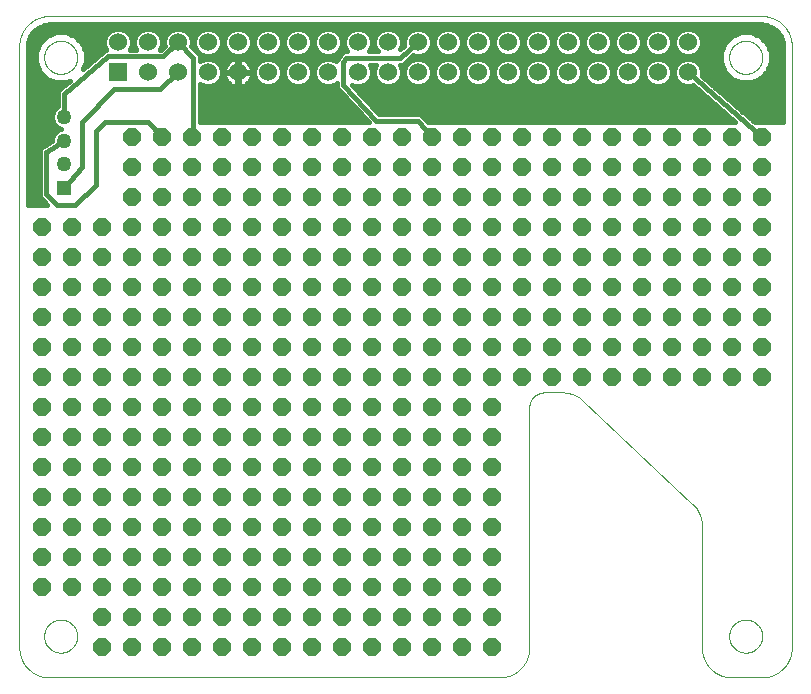
<source format=gbl>
G75*
%MOIN*%
%OFA0B0*%
%FSLAX25Y25*%
%IPPOS*%
%LPD*%
%AMOC8*
5,1,8,0,0,1.08239X$1,22.5*
%
%ADD10C,0.00000*%
%ADD11R,0.06000X0.06000*%
%ADD12C,0.06000*%
%ADD13OC8,0.06000*%
%ADD14R,0.05000X0.05000*%
%ADD15C,0.05000*%
%ADD16C,0.01600*%
D10*
X0015000Y0022600D02*
X0165000Y0022600D01*
X0165242Y0022603D01*
X0165483Y0022612D01*
X0165724Y0022626D01*
X0165965Y0022647D01*
X0166205Y0022673D01*
X0166445Y0022705D01*
X0166684Y0022743D01*
X0166921Y0022786D01*
X0167158Y0022836D01*
X0167393Y0022891D01*
X0167627Y0022951D01*
X0167859Y0023018D01*
X0168090Y0023089D01*
X0168319Y0023167D01*
X0168546Y0023250D01*
X0168771Y0023338D01*
X0168994Y0023432D01*
X0169214Y0023531D01*
X0169432Y0023636D01*
X0169647Y0023745D01*
X0169860Y0023860D01*
X0170070Y0023980D01*
X0170276Y0024105D01*
X0170480Y0024235D01*
X0170681Y0024370D01*
X0170878Y0024510D01*
X0171072Y0024654D01*
X0171262Y0024803D01*
X0171448Y0024957D01*
X0171631Y0025115D01*
X0171810Y0025277D01*
X0171985Y0025444D01*
X0172156Y0025615D01*
X0172323Y0025790D01*
X0172485Y0025969D01*
X0172643Y0026152D01*
X0172797Y0026338D01*
X0172946Y0026528D01*
X0173090Y0026722D01*
X0173230Y0026919D01*
X0173365Y0027120D01*
X0173495Y0027324D01*
X0173620Y0027530D01*
X0173740Y0027740D01*
X0173855Y0027953D01*
X0173964Y0028168D01*
X0174069Y0028386D01*
X0174168Y0028606D01*
X0174262Y0028829D01*
X0174350Y0029054D01*
X0174433Y0029281D01*
X0174511Y0029510D01*
X0174582Y0029741D01*
X0174649Y0029973D01*
X0174709Y0030207D01*
X0174764Y0030442D01*
X0174814Y0030679D01*
X0174857Y0030916D01*
X0174895Y0031155D01*
X0174927Y0031395D01*
X0174953Y0031635D01*
X0174974Y0031876D01*
X0174988Y0032117D01*
X0174997Y0032358D01*
X0175000Y0032600D01*
X0175000Y0112600D01*
X0175002Y0112740D01*
X0175008Y0112880D01*
X0175018Y0113020D01*
X0175031Y0113160D01*
X0175049Y0113299D01*
X0175071Y0113438D01*
X0175096Y0113575D01*
X0175125Y0113713D01*
X0175158Y0113849D01*
X0175195Y0113984D01*
X0175236Y0114118D01*
X0175281Y0114251D01*
X0175329Y0114383D01*
X0175381Y0114513D01*
X0175436Y0114642D01*
X0175495Y0114769D01*
X0175558Y0114895D01*
X0175624Y0115019D01*
X0175693Y0115140D01*
X0175766Y0115260D01*
X0175843Y0115378D01*
X0175922Y0115493D01*
X0176005Y0115607D01*
X0176091Y0115717D01*
X0176180Y0115826D01*
X0176272Y0115932D01*
X0176367Y0116035D01*
X0176464Y0116136D01*
X0176565Y0116233D01*
X0176668Y0116328D01*
X0176774Y0116420D01*
X0176883Y0116509D01*
X0176993Y0116595D01*
X0177107Y0116678D01*
X0177222Y0116757D01*
X0177340Y0116834D01*
X0177460Y0116907D01*
X0177581Y0116976D01*
X0177705Y0117042D01*
X0177831Y0117105D01*
X0177958Y0117164D01*
X0178087Y0117219D01*
X0178217Y0117271D01*
X0178349Y0117319D01*
X0178482Y0117364D01*
X0178616Y0117405D01*
X0178751Y0117442D01*
X0178887Y0117475D01*
X0179025Y0117504D01*
X0179162Y0117529D01*
X0179301Y0117551D01*
X0179440Y0117569D01*
X0179580Y0117582D01*
X0179720Y0117592D01*
X0179860Y0117598D01*
X0180000Y0117600D01*
X0186034Y0117600D01*
X0192888Y0114882D02*
X0229354Y0080561D01*
X0232500Y0073279D02*
X0232500Y0032600D01*
X0232503Y0032358D01*
X0232512Y0032117D01*
X0232526Y0031876D01*
X0232547Y0031635D01*
X0232573Y0031395D01*
X0232605Y0031155D01*
X0232643Y0030916D01*
X0232686Y0030679D01*
X0232736Y0030442D01*
X0232791Y0030207D01*
X0232851Y0029973D01*
X0232918Y0029741D01*
X0232989Y0029510D01*
X0233067Y0029281D01*
X0233150Y0029054D01*
X0233238Y0028829D01*
X0233332Y0028606D01*
X0233431Y0028386D01*
X0233536Y0028168D01*
X0233645Y0027953D01*
X0233760Y0027740D01*
X0233880Y0027530D01*
X0234005Y0027324D01*
X0234135Y0027120D01*
X0234270Y0026919D01*
X0234410Y0026722D01*
X0234554Y0026528D01*
X0234703Y0026338D01*
X0234857Y0026152D01*
X0235015Y0025969D01*
X0235177Y0025790D01*
X0235344Y0025615D01*
X0235515Y0025444D01*
X0235690Y0025277D01*
X0235869Y0025115D01*
X0236052Y0024957D01*
X0236238Y0024803D01*
X0236428Y0024654D01*
X0236622Y0024510D01*
X0236819Y0024370D01*
X0237020Y0024235D01*
X0237224Y0024105D01*
X0237430Y0023980D01*
X0237640Y0023860D01*
X0237853Y0023745D01*
X0238068Y0023636D01*
X0238286Y0023531D01*
X0238506Y0023432D01*
X0238729Y0023338D01*
X0238954Y0023250D01*
X0239181Y0023167D01*
X0239410Y0023089D01*
X0239641Y0023018D01*
X0239873Y0022951D01*
X0240107Y0022891D01*
X0240342Y0022836D01*
X0240579Y0022786D01*
X0240816Y0022743D01*
X0241055Y0022705D01*
X0241295Y0022673D01*
X0241535Y0022647D01*
X0241776Y0022626D01*
X0242017Y0022612D01*
X0242258Y0022603D01*
X0242500Y0022600D01*
X0252421Y0022600D01*
X0252422Y0022600D02*
X0252664Y0022602D01*
X0252907Y0022610D01*
X0253149Y0022624D01*
X0253391Y0022643D01*
X0253632Y0022669D01*
X0253873Y0022700D01*
X0254112Y0022737D01*
X0254351Y0022780D01*
X0254589Y0022828D01*
X0254825Y0022882D01*
X0255060Y0022942D01*
X0255294Y0023008D01*
X0255526Y0023079D01*
X0255756Y0023156D01*
X0255984Y0023238D01*
X0256210Y0023326D01*
X0256434Y0023420D01*
X0256656Y0023518D01*
X0256875Y0023622D01*
X0257091Y0023732D01*
X0257305Y0023846D01*
X0257516Y0023966D01*
X0257724Y0024090D01*
X0257930Y0024220D01*
X0258131Y0024355D01*
X0258330Y0024494D01*
X0258525Y0024638D01*
X0258717Y0024787D01*
X0258904Y0024941D01*
X0259089Y0025099D01*
X0259269Y0025261D01*
X0259445Y0025428D01*
X0259617Y0025599D01*
X0259785Y0025774D01*
X0259949Y0025952D01*
X0260109Y0026135D01*
X0260263Y0026322D01*
X0260414Y0026512D01*
X0260560Y0026706D01*
X0260701Y0026904D01*
X0260837Y0027105D01*
X0260968Y0027309D01*
X0261094Y0027516D01*
X0261216Y0027726D01*
X0261332Y0027939D01*
X0261443Y0028155D01*
X0261548Y0028373D01*
X0261649Y0028594D01*
X0261744Y0028817D01*
X0261834Y0029042D01*
X0261918Y0029270D01*
X0261996Y0029499D01*
X0262069Y0029731D01*
X0262137Y0029964D01*
X0262199Y0030198D01*
X0262255Y0030434D01*
X0262305Y0030672D01*
X0262350Y0030910D01*
X0262389Y0031150D01*
X0262422Y0031390D01*
X0262449Y0031631D01*
X0262471Y0031873D01*
X0262486Y0032115D01*
X0262496Y0032357D01*
X0262500Y0032600D01*
X0262500Y0233100D01*
X0262496Y0233346D01*
X0262485Y0233592D01*
X0262469Y0233838D01*
X0262446Y0234083D01*
X0262418Y0234327D01*
X0262384Y0234571D01*
X0262343Y0234813D01*
X0262297Y0235055D01*
X0262245Y0235296D01*
X0262186Y0235535D01*
X0262123Y0235772D01*
X0262053Y0236008D01*
X0261977Y0236242D01*
X0261896Y0236475D01*
X0261809Y0236705D01*
X0261716Y0236933D01*
X0261618Y0237158D01*
X0261515Y0237382D01*
X0261405Y0237602D01*
X0261291Y0237820D01*
X0261171Y0238035D01*
X0261046Y0238247D01*
X0260916Y0238456D01*
X0260781Y0238661D01*
X0260640Y0238863D01*
X0260495Y0239062D01*
X0260345Y0239257D01*
X0260190Y0239448D01*
X0260031Y0239636D01*
X0259867Y0239819D01*
X0259699Y0239999D01*
X0259526Y0240174D01*
X0259349Y0240345D01*
X0259168Y0240511D01*
X0258982Y0240673D01*
X0258793Y0240831D01*
X0258600Y0240984D01*
X0258404Y0241132D01*
X0258204Y0241275D01*
X0258000Y0241413D01*
X0257793Y0241546D01*
X0257583Y0241674D01*
X0257369Y0241797D01*
X0257153Y0241914D01*
X0256934Y0242026D01*
X0256713Y0242133D01*
X0256488Y0242234D01*
X0256262Y0242330D01*
X0256033Y0242420D01*
X0255802Y0242505D01*
X0255568Y0242584D01*
X0255333Y0242657D01*
X0255097Y0242724D01*
X0254859Y0242785D01*
X0254619Y0242841D01*
X0254378Y0242891D01*
X0254136Y0242934D01*
X0253893Y0242972D01*
X0253649Y0243004D01*
X0253404Y0243030D01*
X0253159Y0243050D01*
X0252913Y0243063D01*
X0252667Y0243071D01*
X0252421Y0243073D01*
X0252421Y0243072D02*
X0015000Y0243072D01*
X0014758Y0243069D01*
X0014517Y0243060D01*
X0014276Y0243046D01*
X0014035Y0243025D01*
X0013795Y0242999D01*
X0013555Y0242967D01*
X0013316Y0242929D01*
X0013079Y0242886D01*
X0012842Y0242836D01*
X0012607Y0242781D01*
X0012373Y0242721D01*
X0012141Y0242654D01*
X0011910Y0242583D01*
X0011681Y0242505D01*
X0011454Y0242422D01*
X0011229Y0242334D01*
X0011006Y0242240D01*
X0010786Y0242141D01*
X0010568Y0242036D01*
X0010353Y0241927D01*
X0010140Y0241812D01*
X0009930Y0241692D01*
X0009724Y0241567D01*
X0009520Y0241437D01*
X0009319Y0241302D01*
X0009122Y0241162D01*
X0008928Y0241018D01*
X0008738Y0240869D01*
X0008552Y0240715D01*
X0008369Y0240557D01*
X0008190Y0240395D01*
X0008015Y0240228D01*
X0007844Y0240057D01*
X0007677Y0239882D01*
X0007515Y0239703D01*
X0007357Y0239520D01*
X0007203Y0239334D01*
X0007054Y0239144D01*
X0006910Y0238950D01*
X0006770Y0238753D01*
X0006635Y0238552D01*
X0006505Y0238348D01*
X0006380Y0238142D01*
X0006260Y0237932D01*
X0006145Y0237719D01*
X0006036Y0237504D01*
X0005931Y0237286D01*
X0005832Y0237066D01*
X0005738Y0236843D01*
X0005650Y0236618D01*
X0005567Y0236391D01*
X0005489Y0236162D01*
X0005418Y0235931D01*
X0005351Y0235699D01*
X0005291Y0235465D01*
X0005236Y0235230D01*
X0005186Y0234993D01*
X0005143Y0234756D01*
X0005105Y0234517D01*
X0005073Y0234277D01*
X0005047Y0234037D01*
X0005026Y0233796D01*
X0005012Y0233555D01*
X0005003Y0233314D01*
X0005000Y0233072D01*
X0005000Y0032600D01*
X0005003Y0032358D01*
X0005012Y0032117D01*
X0005026Y0031876D01*
X0005047Y0031635D01*
X0005073Y0031395D01*
X0005105Y0031155D01*
X0005143Y0030916D01*
X0005186Y0030679D01*
X0005236Y0030442D01*
X0005291Y0030207D01*
X0005351Y0029973D01*
X0005418Y0029741D01*
X0005489Y0029510D01*
X0005567Y0029281D01*
X0005650Y0029054D01*
X0005738Y0028829D01*
X0005832Y0028606D01*
X0005931Y0028386D01*
X0006036Y0028168D01*
X0006145Y0027953D01*
X0006260Y0027740D01*
X0006380Y0027530D01*
X0006505Y0027324D01*
X0006635Y0027120D01*
X0006770Y0026919D01*
X0006910Y0026722D01*
X0007054Y0026528D01*
X0007203Y0026338D01*
X0007357Y0026152D01*
X0007515Y0025969D01*
X0007677Y0025790D01*
X0007844Y0025615D01*
X0008015Y0025444D01*
X0008190Y0025277D01*
X0008369Y0025115D01*
X0008552Y0024957D01*
X0008738Y0024803D01*
X0008928Y0024654D01*
X0009122Y0024510D01*
X0009319Y0024370D01*
X0009520Y0024235D01*
X0009724Y0024105D01*
X0009930Y0023980D01*
X0010140Y0023860D01*
X0010353Y0023745D01*
X0010568Y0023636D01*
X0010786Y0023531D01*
X0011006Y0023432D01*
X0011229Y0023338D01*
X0011454Y0023250D01*
X0011681Y0023167D01*
X0011910Y0023089D01*
X0012141Y0023018D01*
X0012373Y0022951D01*
X0012607Y0022891D01*
X0012842Y0022836D01*
X0013079Y0022786D01*
X0013316Y0022743D01*
X0013555Y0022705D01*
X0013795Y0022673D01*
X0014035Y0022647D01*
X0014276Y0022626D01*
X0014517Y0022612D01*
X0014758Y0022603D01*
X0015000Y0022600D01*
X0013268Y0036380D02*
X0013270Y0036528D01*
X0013276Y0036676D01*
X0013286Y0036824D01*
X0013300Y0036971D01*
X0013318Y0037118D01*
X0013339Y0037264D01*
X0013365Y0037410D01*
X0013395Y0037555D01*
X0013428Y0037699D01*
X0013466Y0037842D01*
X0013507Y0037984D01*
X0013552Y0038125D01*
X0013600Y0038265D01*
X0013653Y0038404D01*
X0013709Y0038541D01*
X0013769Y0038676D01*
X0013832Y0038810D01*
X0013899Y0038942D01*
X0013970Y0039072D01*
X0014044Y0039200D01*
X0014121Y0039326D01*
X0014202Y0039450D01*
X0014286Y0039572D01*
X0014373Y0039691D01*
X0014464Y0039808D01*
X0014558Y0039923D01*
X0014654Y0040035D01*
X0014754Y0040145D01*
X0014856Y0040251D01*
X0014962Y0040355D01*
X0015070Y0040456D01*
X0015181Y0040554D01*
X0015294Y0040650D01*
X0015410Y0040742D01*
X0015528Y0040831D01*
X0015649Y0040916D01*
X0015772Y0040999D01*
X0015897Y0041078D01*
X0016024Y0041154D01*
X0016153Y0041226D01*
X0016284Y0041295D01*
X0016417Y0041360D01*
X0016552Y0041421D01*
X0016688Y0041479D01*
X0016825Y0041534D01*
X0016964Y0041584D01*
X0017105Y0041631D01*
X0017246Y0041674D01*
X0017389Y0041714D01*
X0017533Y0041749D01*
X0017677Y0041781D01*
X0017823Y0041808D01*
X0017969Y0041832D01*
X0018116Y0041852D01*
X0018263Y0041868D01*
X0018410Y0041880D01*
X0018558Y0041888D01*
X0018706Y0041892D01*
X0018854Y0041892D01*
X0019002Y0041888D01*
X0019150Y0041880D01*
X0019297Y0041868D01*
X0019444Y0041852D01*
X0019591Y0041832D01*
X0019737Y0041808D01*
X0019883Y0041781D01*
X0020027Y0041749D01*
X0020171Y0041714D01*
X0020314Y0041674D01*
X0020455Y0041631D01*
X0020596Y0041584D01*
X0020735Y0041534D01*
X0020872Y0041479D01*
X0021008Y0041421D01*
X0021143Y0041360D01*
X0021276Y0041295D01*
X0021407Y0041226D01*
X0021536Y0041154D01*
X0021663Y0041078D01*
X0021788Y0040999D01*
X0021911Y0040916D01*
X0022032Y0040831D01*
X0022150Y0040742D01*
X0022266Y0040650D01*
X0022379Y0040554D01*
X0022490Y0040456D01*
X0022598Y0040355D01*
X0022704Y0040251D01*
X0022806Y0040145D01*
X0022906Y0040035D01*
X0023002Y0039923D01*
X0023096Y0039808D01*
X0023187Y0039691D01*
X0023274Y0039572D01*
X0023358Y0039450D01*
X0023439Y0039326D01*
X0023516Y0039200D01*
X0023590Y0039072D01*
X0023661Y0038942D01*
X0023728Y0038810D01*
X0023791Y0038676D01*
X0023851Y0038541D01*
X0023907Y0038404D01*
X0023960Y0038265D01*
X0024008Y0038125D01*
X0024053Y0037984D01*
X0024094Y0037842D01*
X0024132Y0037699D01*
X0024165Y0037555D01*
X0024195Y0037410D01*
X0024221Y0037264D01*
X0024242Y0037118D01*
X0024260Y0036971D01*
X0024274Y0036824D01*
X0024284Y0036676D01*
X0024290Y0036528D01*
X0024292Y0036380D01*
X0024290Y0036232D01*
X0024284Y0036084D01*
X0024274Y0035936D01*
X0024260Y0035789D01*
X0024242Y0035642D01*
X0024221Y0035496D01*
X0024195Y0035350D01*
X0024165Y0035205D01*
X0024132Y0035061D01*
X0024094Y0034918D01*
X0024053Y0034776D01*
X0024008Y0034635D01*
X0023960Y0034495D01*
X0023907Y0034356D01*
X0023851Y0034219D01*
X0023791Y0034084D01*
X0023728Y0033950D01*
X0023661Y0033818D01*
X0023590Y0033688D01*
X0023516Y0033560D01*
X0023439Y0033434D01*
X0023358Y0033310D01*
X0023274Y0033188D01*
X0023187Y0033069D01*
X0023096Y0032952D01*
X0023002Y0032837D01*
X0022906Y0032725D01*
X0022806Y0032615D01*
X0022704Y0032509D01*
X0022598Y0032405D01*
X0022490Y0032304D01*
X0022379Y0032206D01*
X0022266Y0032110D01*
X0022150Y0032018D01*
X0022032Y0031929D01*
X0021911Y0031844D01*
X0021788Y0031761D01*
X0021663Y0031682D01*
X0021536Y0031606D01*
X0021407Y0031534D01*
X0021276Y0031465D01*
X0021143Y0031400D01*
X0021008Y0031339D01*
X0020872Y0031281D01*
X0020735Y0031226D01*
X0020596Y0031176D01*
X0020455Y0031129D01*
X0020314Y0031086D01*
X0020171Y0031046D01*
X0020027Y0031011D01*
X0019883Y0030979D01*
X0019737Y0030952D01*
X0019591Y0030928D01*
X0019444Y0030908D01*
X0019297Y0030892D01*
X0019150Y0030880D01*
X0019002Y0030872D01*
X0018854Y0030868D01*
X0018706Y0030868D01*
X0018558Y0030872D01*
X0018410Y0030880D01*
X0018263Y0030892D01*
X0018116Y0030908D01*
X0017969Y0030928D01*
X0017823Y0030952D01*
X0017677Y0030979D01*
X0017533Y0031011D01*
X0017389Y0031046D01*
X0017246Y0031086D01*
X0017105Y0031129D01*
X0016964Y0031176D01*
X0016825Y0031226D01*
X0016688Y0031281D01*
X0016552Y0031339D01*
X0016417Y0031400D01*
X0016284Y0031465D01*
X0016153Y0031534D01*
X0016024Y0031606D01*
X0015897Y0031682D01*
X0015772Y0031761D01*
X0015649Y0031844D01*
X0015528Y0031929D01*
X0015410Y0032018D01*
X0015294Y0032110D01*
X0015181Y0032206D01*
X0015070Y0032304D01*
X0014962Y0032405D01*
X0014856Y0032509D01*
X0014754Y0032615D01*
X0014654Y0032725D01*
X0014558Y0032837D01*
X0014464Y0032952D01*
X0014373Y0033069D01*
X0014286Y0033188D01*
X0014202Y0033310D01*
X0014121Y0033434D01*
X0014044Y0033560D01*
X0013970Y0033688D01*
X0013899Y0033818D01*
X0013832Y0033950D01*
X0013769Y0034084D01*
X0013709Y0034219D01*
X0013653Y0034356D01*
X0013600Y0034495D01*
X0013552Y0034635D01*
X0013507Y0034776D01*
X0013466Y0034918D01*
X0013428Y0035061D01*
X0013395Y0035205D01*
X0013365Y0035350D01*
X0013339Y0035496D01*
X0013318Y0035642D01*
X0013300Y0035789D01*
X0013286Y0035936D01*
X0013276Y0036084D01*
X0013270Y0036232D01*
X0013268Y0036380D01*
X0186034Y0117600D02*
X0186278Y0117597D01*
X0186521Y0117588D01*
X0186764Y0117573D01*
X0187007Y0117553D01*
X0187249Y0117526D01*
X0187490Y0117493D01*
X0187731Y0117455D01*
X0187970Y0117411D01*
X0188209Y0117361D01*
X0188446Y0117305D01*
X0188681Y0117243D01*
X0188916Y0117176D01*
X0189148Y0117103D01*
X0189378Y0117024D01*
X0189607Y0116940D01*
X0189833Y0116850D01*
X0190058Y0116755D01*
X0190279Y0116654D01*
X0190499Y0116548D01*
X0190715Y0116437D01*
X0190929Y0116320D01*
X0191140Y0116198D01*
X0191348Y0116071D01*
X0191553Y0115939D01*
X0191754Y0115802D01*
X0191952Y0115661D01*
X0192147Y0115514D01*
X0192338Y0115363D01*
X0192525Y0115207D01*
X0192708Y0115047D01*
X0192888Y0114882D01*
X0229354Y0080561D02*
X0229526Y0080395D01*
X0229695Y0080224D01*
X0229860Y0080049D01*
X0230020Y0079871D01*
X0230176Y0079689D01*
X0230327Y0079503D01*
X0230474Y0079313D01*
X0230617Y0079120D01*
X0230755Y0078924D01*
X0230888Y0078724D01*
X0231016Y0078521D01*
X0231139Y0078315D01*
X0231257Y0078107D01*
X0231371Y0077895D01*
X0231479Y0077681D01*
X0231582Y0077464D01*
X0231680Y0077245D01*
X0231772Y0077024D01*
X0231859Y0076800D01*
X0231941Y0076575D01*
X0232018Y0076348D01*
X0232088Y0076118D01*
X0232154Y0075887D01*
X0232214Y0075655D01*
X0232268Y0075421D01*
X0232316Y0075187D01*
X0232359Y0074950D01*
X0232397Y0074713D01*
X0232428Y0074476D01*
X0232454Y0074237D01*
X0232474Y0073998D01*
X0232488Y0073759D01*
X0232497Y0073519D01*
X0232500Y0073279D01*
X0241614Y0036380D02*
X0241616Y0036528D01*
X0241622Y0036676D01*
X0241632Y0036824D01*
X0241646Y0036971D01*
X0241664Y0037118D01*
X0241685Y0037264D01*
X0241711Y0037410D01*
X0241741Y0037555D01*
X0241774Y0037699D01*
X0241812Y0037842D01*
X0241853Y0037984D01*
X0241898Y0038125D01*
X0241946Y0038265D01*
X0241999Y0038404D01*
X0242055Y0038541D01*
X0242115Y0038676D01*
X0242178Y0038810D01*
X0242245Y0038942D01*
X0242316Y0039072D01*
X0242390Y0039200D01*
X0242467Y0039326D01*
X0242548Y0039450D01*
X0242632Y0039572D01*
X0242719Y0039691D01*
X0242810Y0039808D01*
X0242904Y0039923D01*
X0243000Y0040035D01*
X0243100Y0040145D01*
X0243202Y0040251D01*
X0243308Y0040355D01*
X0243416Y0040456D01*
X0243527Y0040554D01*
X0243640Y0040650D01*
X0243756Y0040742D01*
X0243874Y0040831D01*
X0243995Y0040916D01*
X0244118Y0040999D01*
X0244243Y0041078D01*
X0244370Y0041154D01*
X0244499Y0041226D01*
X0244630Y0041295D01*
X0244763Y0041360D01*
X0244898Y0041421D01*
X0245034Y0041479D01*
X0245171Y0041534D01*
X0245310Y0041584D01*
X0245451Y0041631D01*
X0245592Y0041674D01*
X0245735Y0041714D01*
X0245879Y0041749D01*
X0246023Y0041781D01*
X0246169Y0041808D01*
X0246315Y0041832D01*
X0246462Y0041852D01*
X0246609Y0041868D01*
X0246756Y0041880D01*
X0246904Y0041888D01*
X0247052Y0041892D01*
X0247200Y0041892D01*
X0247348Y0041888D01*
X0247496Y0041880D01*
X0247643Y0041868D01*
X0247790Y0041852D01*
X0247937Y0041832D01*
X0248083Y0041808D01*
X0248229Y0041781D01*
X0248373Y0041749D01*
X0248517Y0041714D01*
X0248660Y0041674D01*
X0248801Y0041631D01*
X0248942Y0041584D01*
X0249081Y0041534D01*
X0249218Y0041479D01*
X0249354Y0041421D01*
X0249489Y0041360D01*
X0249622Y0041295D01*
X0249753Y0041226D01*
X0249882Y0041154D01*
X0250009Y0041078D01*
X0250134Y0040999D01*
X0250257Y0040916D01*
X0250378Y0040831D01*
X0250496Y0040742D01*
X0250612Y0040650D01*
X0250725Y0040554D01*
X0250836Y0040456D01*
X0250944Y0040355D01*
X0251050Y0040251D01*
X0251152Y0040145D01*
X0251252Y0040035D01*
X0251348Y0039923D01*
X0251442Y0039808D01*
X0251533Y0039691D01*
X0251620Y0039572D01*
X0251704Y0039450D01*
X0251785Y0039326D01*
X0251862Y0039200D01*
X0251936Y0039072D01*
X0252007Y0038942D01*
X0252074Y0038810D01*
X0252137Y0038676D01*
X0252197Y0038541D01*
X0252253Y0038404D01*
X0252306Y0038265D01*
X0252354Y0038125D01*
X0252399Y0037984D01*
X0252440Y0037842D01*
X0252478Y0037699D01*
X0252511Y0037555D01*
X0252541Y0037410D01*
X0252567Y0037264D01*
X0252588Y0037118D01*
X0252606Y0036971D01*
X0252620Y0036824D01*
X0252630Y0036676D01*
X0252636Y0036528D01*
X0252638Y0036380D01*
X0252636Y0036232D01*
X0252630Y0036084D01*
X0252620Y0035936D01*
X0252606Y0035789D01*
X0252588Y0035642D01*
X0252567Y0035496D01*
X0252541Y0035350D01*
X0252511Y0035205D01*
X0252478Y0035061D01*
X0252440Y0034918D01*
X0252399Y0034776D01*
X0252354Y0034635D01*
X0252306Y0034495D01*
X0252253Y0034356D01*
X0252197Y0034219D01*
X0252137Y0034084D01*
X0252074Y0033950D01*
X0252007Y0033818D01*
X0251936Y0033688D01*
X0251862Y0033560D01*
X0251785Y0033434D01*
X0251704Y0033310D01*
X0251620Y0033188D01*
X0251533Y0033069D01*
X0251442Y0032952D01*
X0251348Y0032837D01*
X0251252Y0032725D01*
X0251152Y0032615D01*
X0251050Y0032509D01*
X0250944Y0032405D01*
X0250836Y0032304D01*
X0250725Y0032206D01*
X0250612Y0032110D01*
X0250496Y0032018D01*
X0250378Y0031929D01*
X0250257Y0031844D01*
X0250134Y0031761D01*
X0250009Y0031682D01*
X0249882Y0031606D01*
X0249753Y0031534D01*
X0249622Y0031465D01*
X0249489Y0031400D01*
X0249354Y0031339D01*
X0249218Y0031281D01*
X0249081Y0031226D01*
X0248942Y0031176D01*
X0248801Y0031129D01*
X0248660Y0031086D01*
X0248517Y0031046D01*
X0248373Y0031011D01*
X0248229Y0030979D01*
X0248083Y0030952D01*
X0247937Y0030928D01*
X0247790Y0030908D01*
X0247643Y0030892D01*
X0247496Y0030880D01*
X0247348Y0030872D01*
X0247200Y0030868D01*
X0247052Y0030868D01*
X0246904Y0030872D01*
X0246756Y0030880D01*
X0246609Y0030892D01*
X0246462Y0030908D01*
X0246315Y0030928D01*
X0246169Y0030952D01*
X0246023Y0030979D01*
X0245879Y0031011D01*
X0245735Y0031046D01*
X0245592Y0031086D01*
X0245451Y0031129D01*
X0245310Y0031176D01*
X0245171Y0031226D01*
X0245034Y0031281D01*
X0244898Y0031339D01*
X0244763Y0031400D01*
X0244630Y0031465D01*
X0244499Y0031534D01*
X0244370Y0031606D01*
X0244243Y0031682D01*
X0244118Y0031761D01*
X0243995Y0031844D01*
X0243874Y0031929D01*
X0243756Y0032018D01*
X0243640Y0032110D01*
X0243527Y0032206D01*
X0243416Y0032304D01*
X0243308Y0032405D01*
X0243202Y0032509D01*
X0243100Y0032615D01*
X0243000Y0032725D01*
X0242904Y0032837D01*
X0242810Y0032952D01*
X0242719Y0033069D01*
X0242632Y0033188D01*
X0242548Y0033310D01*
X0242467Y0033434D01*
X0242390Y0033560D01*
X0242316Y0033688D01*
X0242245Y0033818D01*
X0242178Y0033950D01*
X0242115Y0034084D01*
X0242055Y0034219D01*
X0241999Y0034356D01*
X0241946Y0034495D01*
X0241898Y0034635D01*
X0241853Y0034776D01*
X0241812Y0034918D01*
X0241774Y0035061D01*
X0241741Y0035205D01*
X0241711Y0035350D01*
X0241685Y0035496D01*
X0241664Y0035642D01*
X0241646Y0035789D01*
X0241632Y0035936D01*
X0241622Y0036084D01*
X0241616Y0036232D01*
X0241614Y0036380D01*
X0241614Y0229293D02*
X0241616Y0229441D01*
X0241622Y0229589D01*
X0241632Y0229737D01*
X0241646Y0229884D01*
X0241664Y0230031D01*
X0241685Y0230177D01*
X0241711Y0230323D01*
X0241741Y0230468D01*
X0241774Y0230612D01*
X0241812Y0230755D01*
X0241853Y0230897D01*
X0241898Y0231038D01*
X0241946Y0231178D01*
X0241999Y0231317D01*
X0242055Y0231454D01*
X0242115Y0231589D01*
X0242178Y0231723D01*
X0242245Y0231855D01*
X0242316Y0231985D01*
X0242390Y0232113D01*
X0242467Y0232239D01*
X0242548Y0232363D01*
X0242632Y0232485D01*
X0242719Y0232604D01*
X0242810Y0232721D01*
X0242904Y0232836D01*
X0243000Y0232948D01*
X0243100Y0233058D01*
X0243202Y0233164D01*
X0243308Y0233268D01*
X0243416Y0233369D01*
X0243527Y0233467D01*
X0243640Y0233563D01*
X0243756Y0233655D01*
X0243874Y0233744D01*
X0243995Y0233829D01*
X0244118Y0233912D01*
X0244243Y0233991D01*
X0244370Y0234067D01*
X0244499Y0234139D01*
X0244630Y0234208D01*
X0244763Y0234273D01*
X0244898Y0234334D01*
X0245034Y0234392D01*
X0245171Y0234447D01*
X0245310Y0234497D01*
X0245451Y0234544D01*
X0245592Y0234587D01*
X0245735Y0234627D01*
X0245879Y0234662D01*
X0246023Y0234694D01*
X0246169Y0234721D01*
X0246315Y0234745D01*
X0246462Y0234765D01*
X0246609Y0234781D01*
X0246756Y0234793D01*
X0246904Y0234801D01*
X0247052Y0234805D01*
X0247200Y0234805D01*
X0247348Y0234801D01*
X0247496Y0234793D01*
X0247643Y0234781D01*
X0247790Y0234765D01*
X0247937Y0234745D01*
X0248083Y0234721D01*
X0248229Y0234694D01*
X0248373Y0234662D01*
X0248517Y0234627D01*
X0248660Y0234587D01*
X0248801Y0234544D01*
X0248942Y0234497D01*
X0249081Y0234447D01*
X0249218Y0234392D01*
X0249354Y0234334D01*
X0249489Y0234273D01*
X0249622Y0234208D01*
X0249753Y0234139D01*
X0249882Y0234067D01*
X0250009Y0233991D01*
X0250134Y0233912D01*
X0250257Y0233829D01*
X0250378Y0233744D01*
X0250496Y0233655D01*
X0250612Y0233563D01*
X0250725Y0233467D01*
X0250836Y0233369D01*
X0250944Y0233268D01*
X0251050Y0233164D01*
X0251152Y0233058D01*
X0251252Y0232948D01*
X0251348Y0232836D01*
X0251442Y0232721D01*
X0251533Y0232604D01*
X0251620Y0232485D01*
X0251704Y0232363D01*
X0251785Y0232239D01*
X0251862Y0232113D01*
X0251936Y0231985D01*
X0252007Y0231855D01*
X0252074Y0231723D01*
X0252137Y0231589D01*
X0252197Y0231454D01*
X0252253Y0231317D01*
X0252306Y0231178D01*
X0252354Y0231038D01*
X0252399Y0230897D01*
X0252440Y0230755D01*
X0252478Y0230612D01*
X0252511Y0230468D01*
X0252541Y0230323D01*
X0252567Y0230177D01*
X0252588Y0230031D01*
X0252606Y0229884D01*
X0252620Y0229737D01*
X0252630Y0229589D01*
X0252636Y0229441D01*
X0252638Y0229293D01*
X0252636Y0229145D01*
X0252630Y0228997D01*
X0252620Y0228849D01*
X0252606Y0228702D01*
X0252588Y0228555D01*
X0252567Y0228409D01*
X0252541Y0228263D01*
X0252511Y0228118D01*
X0252478Y0227974D01*
X0252440Y0227831D01*
X0252399Y0227689D01*
X0252354Y0227548D01*
X0252306Y0227408D01*
X0252253Y0227269D01*
X0252197Y0227132D01*
X0252137Y0226997D01*
X0252074Y0226863D01*
X0252007Y0226731D01*
X0251936Y0226601D01*
X0251862Y0226473D01*
X0251785Y0226347D01*
X0251704Y0226223D01*
X0251620Y0226101D01*
X0251533Y0225982D01*
X0251442Y0225865D01*
X0251348Y0225750D01*
X0251252Y0225638D01*
X0251152Y0225528D01*
X0251050Y0225422D01*
X0250944Y0225318D01*
X0250836Y0225217D01*
X0250725Y0225119D01*
X0250612Y0225023D01*
X0250496Y0224931D01*
X0250378Y0224842D01*
X0250257Y0224757D01*
X0250134Y0224674D01*
X0250009Y0224595D01*
X0249882Y0224519D01*
X0249753Y0224447D01*
X0249622Y0224378D01*
X0249489Y0224313D01*
X0249354Y0224252D01*
X0249218Y0224194D01*
X0249081Y0224139D01*
X0248942Y0224089D01*
X0248801Y0224042D01*
X0248660Y0223999D01*
X0248517Y0223959D01*
X0248373Y0223924D01*
X0248229Y0223892D01*
X0248083Y0223865D01*
X0247937Y0223841D01*
X0247790Y0223821D01*
X0247643Y0223805D01*
X0247496Y0223793D01*
X0247348Y0223785D01*
X0247200Y0223781D01*
X0247052Y0223781D01*
X0246904Y0223785D01*
X0246756Y0223793D01*
X0246609Y0223805D01*
X0246462Y0223821D01*
X0246315Y0223841D01*
X0246169Y0223865D01*
X0246023Y0223892D01*
X0245879Y0223924D01*
X0245735Y0223959D01*
X0245592Y0223999D01*
X0245451Y0224042D01*
X0245310Y0224089D01*
X0245171Y0224139D01*
X0245034Y0224194D01*
X0244898Y0224252D01*
X0244763Y0224313D01*
X0244630Y0224378D01*
X0244499Y0224447D01*
X0244370Y0224519D01*
X0244243Y0224595D01*
X0244118Y0224674D01*
X0243995Y0224757D01*
X0243874Y0224842D01*
X0243756Y0224931D01*
X0243640Y0225023D01*
X0243527Y0225119D01*
X0243416Y0225217D01*
X0243308Y0225318D01*
X0243202Y0225422D01*
X0243100Y0225528D01*
X0243000Y0225638D01*
X0242904Y0225750D01*
X0242810Y0225865D01*
X0242719Y0225982D01*
X0242632Y0226101D01*
X0242548Y0226223D01*
X0242467Y0226347D01*
X0242390Y0226473D01*
X0242316Y0226601D01*
X0242245Y0226731D01*
X0242178Y0226863D01*
X0242115Y0226997D01*
X0242055Y0227132D01*
X0241999Y0227269D01*
X0241946Y0227408D01*
X0241898Y0227548D01*
X0241853Y0227689D01*
X0241812Y0227831D01*
X0241774Y0227974D01*
X0241741Y0228118D01*
X0241711Y0228263D01*
X0241685Y0228409D01*
X0241664Y0228555D01*
X0241646Y0228702D01*
X0241632Y0228849D01*
X0241622Y0228997D01*
X0241616Y0229145D01*
X0241614Y0229293D01*
X0013268Y0229293D02*
X0013270Y0229441D01*
X0013276Y0229589D01*
X0013286Y0229737D01*
X0013300Y0229884D01*
X0013318Y0230031D01*
X0013339Y0230177D01*
X0013365Y0230323D01*
X0013395Y0230468D01*
X0013428Y0230612D01*
X0013466Y0230755D01*
X0013507Y0230897D01*
X0013552Y0231038D01*
X0013600Y0231178D01*
X0013653Y0231317D01*
X0013709Y0231454D01*
X0013769Y0231589D01*
X0013832Y0231723D01*
X0013899Y0231855D01*
X0013970Y0231985D01*
X0014044Y0232113D01*
X0014121Y0232239D01*
X0014202Y0232363D01*
X0014286Y0232485D01*
X0014373Y0232604D01*
X0014464Y0232721D01*
X0014558Y0232836D01*
X0014654Y0232948D01*
X0014754Y0233058D01*
X0014856Y0233164D01*
X0014962Y0233268D01*
X0015070Y0233369D01*
X0015181Y0233467D01*
X0015294Y0233563D01*
X0015410Y0233655D01*
X0015528Y0233744D01*
X0015649Y0233829D01*
X0015772Y0233912D01*
X0015897Y0233991D01*
X0016024Y0234067D01*
X0016153Y0234139D01*
X0016284Y0234208D01*
X0016417Y0234273D01*
X0016552Y0234334D01*
X0016688Y0234392D01*
X0016825Y0234447D01*
X0016964Y0234497D01*
X0017105Y0234544D01*
X0017246Y0234587D01*
X0017389Y0234627D01*
X0017533Y0234662D01*
X0017677Y0234694D01*
X0017823Y0234721D01*
X0017969Y0234745D01*
X0018116Y0234765D01*
X0018263Y0234781D01*
X0018410Y0234793D01*
X0018558Y0234801D01*
X0018706Y0234805D01*
X0018854Y0234805D01*
X0019002Y0234801D01*
X0019150Y0234793D01*
X0019297Y0234781D01*
X0019444Y0234765D01*
X0019591Y0234745D01*
X0019737Y0234721D01*
X0019883Y0234694D01*
X0020027Y0234662D01*
X0020171Y0234627D01*
X0020314Y0234587D01*
X0020455Y0234544D01*
X0020596Y0234497D01*
X0020735Y0234447D01*
X0020872Y0234392D01*
X0021008Y0234334D01*
X0021143Y0234273D01*
X0021276Y0234208D01*
X0021407Y0234139D01*
X0021536Y0234067D01*
X0021663Y0233991D01*
X0021788Y0233912D01*
X0021911Y0233829D01*
X0022032Y0233744D01*
X0022150Y0233655D01*
X0022266Y0233563D01*
X0022379Y0233467D01*
X0022490Y0233369D01*
X0022598Y0233268D01*
X0022704Y0233164D01*
X0022806Y0233058D01*
X0022906Y0232948D01*
X0023002Y0232836D01*
X0023096Y0232721D01*
X0023187Y0232604D01*
X0023274Y0232485D01*
X0023358Y0232363D01*
X0023439Y0232239D01*
X0023516Y0232113D01*
X0023590Y0231985D01*
X0023661Y0231855D01*
X0023728Y0231723D01*
X0023791Y0231589D01*
X0023851Y0231454D01*
X0023907Y0231317D01*
X0023960Y0231178D01*
X0024008Y0231038D01*
X0024053Y0230897D01*
X0024094Y0230755D01*
X0024132Y0230612D01*
X0024165Y0230468D01*
X0024195Y0230323D01*
X0024221Y0230177D01*
X0024242Y0230031D01*
X0024260Y0229884D01*
X0024274Y0229737D01*
X0024284Y0229589D01*
X0024290Y0229441D01*
X0024292Y0229293D01*
X0024290Y0229145D01*
X0024284Y0228997D01*
X0024274Y0228849D01*
X0024260Y0228702D01*
X0024242Y0228555D01*
X0024221Y0228409D01*
X0024195Y0228263D01*
X0024165Y0228118D01*
X0024132Y0227974D01*
X0024094Y0227831D01*
X0024053Y0227689D01*
X0024008Y0227548D01*
X0023960Y0227408D01*
X0023907Y0227269D01*
X0023851Y0227132D01*
X0023791Y0226997D01*
X0023728Y0226863D01*
X0023661Y0226731D01*
X0023590Y0226601D01*
X0023516Y0226473D01*
X0023439Y0226347D01*
X0023358Y0226223D01*
X0023274Y0226101D01*
X0023187Y0225982D01*
X0023096Y0225865D01*
X0023002Y0225750D01*
X0022906Y0225638D01*
X0022806Y0225528D01*
X0022704Y0225422D01*
X0022598Y0225318D01*
X0022490Y0225217D01*
X0022379Y0225119D01*
X0022266Y0225023D01*
X0022150Y0224931D01*
X0022032Y0224842D01*
X0021911Y0224757D01*
X0021788Y0224674D01*
X0021663Y0224595D01*
X0021536Y0224519D01*
X0021407Y0224447D01*
X0021276Y0224378D01*
X0021143Y0224313D01*
X0021008Y0224252D01*
X0020872Y0224194D01*
X0020735Y0224139D01*
X0020596Y0224089D01*
X0020455Y0224042D01*
X0020314Y0223999D01*
X0020171Y0223959D01*
X0020027Y0223924D01*
X0019883Y0223892D01*
X0019737Y0223865D01*
X0019591Y0223841D01*
X0019444Y0223821D01*
X0019297Y0223805D01*
X0019150Y0223793D01*
X0019002Y0223785D01*
X0018854Y0223781D01*
X0018706Y0223781D01*
X0018558Y0223785D01*
X0018410Y0223793D01*
X0018263Y0223805D01*
X0018116Y0223821D01*
X0017969Y0223841D01*
X0017823Y0223865D01*
X0017677Y0223892D01*
X0017533Y0223924D01*
X0017389Y0223959D01*
X0017246Y0223999D01*
X0017105Y0224042D01*
X0016964Y0224089D01*
X0016825Y0224139D01*
X0016688Y0224194D01*
X0016552Y0224252D01*
X0016417Y0224313D01*
X0016284Y0224378D01*
X0016153Y0224447D01*
X0016024Y0224519D01*
X0015897Y0224595D01*
X0015772Y0224674D01*
X0015649Y0224757D01*
X0015528Y0224842D01*
X0015410Y0224931D01*
X0015294Y0225023D01*
X0015181Y0225119D01*
X0015070Y0225217D01*
X0014962Y0225318D01*
X0014856Y0225422D01*
X0014754Y0225528D01*
X0014654Y0225638D01*
X0014558Y0225750D01*
X0014464Y0225865D01*
X0014373Y0225982D01*
X0014286Y0226101D01*
X0014202Y0226223D01*
X0014121Y0226347D01*
X0014044Y0226473D01*
X0013970Y0226601D01*
X0013899Y0226731D01*
X0013832Y0226863D01*
X0013769Y0226997D01*
X0013709Y0227132D01*
X0013653Y0227269D01*
X0013600Y0227408D01*
X0013552Y0227548D01*
X0013507Y0227689D01*
X0013466Y0227831D01*
X0013428Y0227974D01*
X0013395Y0228118D01*
X0013365Y0228263D01*
X0013339Y0228409D01*
X0013318Y0228555D01*
X0013300Y0228702D01*
X0013286Y0228849D01*
X0013276Y0228997D01*
X0013270Y0229145D01*
X0013268Y0229293D01*
D11*
X0037953Y0224293D03*
D12*
X0047900Y0224300D03*
X0057900Y0224300D03*
X0067900Y0224300D03*
X0077900Y0224300D03*
X0087900Y0224300D03*
X0097900Y0224300D03*
X0107900Y0224300D03*
X0117900Y0224300D03*
X0127900Y0224300D03*
X0137900Y0224300D03*
X0147900Y0224300D03*
X0157900Y0224300D03*
X0167900Y0224300D03*
X0177900Y0224300D03*
X0187900Y0224300D03*
X0197900Y0224300D03*
X0207900Y0224300D03*
X0217900Y0224300D03*
X0227900Y0224300D03*
X0227900Y0234300D03*
X0217900Y0234300D03*
X0207900Y0234300D03*
X0197900Y0234300D03*
X0187900Y0234300D03*
X0177900Y0234300D03*
X0167900Y0234300D03*
X0157900Y0234300D03*
X0147900Y0234300D03*
X0137900Y0234300D03*
X0127900Y0234300D03*
X0117900Y0234300D03*
X0107900Y0234300D03*
X0097900Y0234300D03*
X0087900Y0234300D03*
X0077900Y0234300D03*
X0067900Y0234300D03*
X0057900Y0234300D03*
X0047900Y0234300D03*
X0037900Y0234300D03*
D13*
X0042500Y0202600D03*
X0052500Y0202600D03*
X0062500Y0202600D03*
X0072500Y0202600D03*
X0082500Y0202600D03*
X0092500Y0202600D03*
X0102500Y0202600D03*
X0112500Y0202600D03*
X0122500Y0202600D03*
X0132500Y0202600D03*
X0142500Y0202600D03*
X0152500Y0202600D03*
X0162500Y0202600D03*
X0172500Y0202600D03*
X0182500Y0202600D03*
X0192500Y0202600D03*
X0202500Y0202600D03*
X0212500Y0202600D03*
X0222500Y0202600D03*
X0232500Y0202600D03*
X0242500Y0202600D03*
X0252500Y0202600D03*
X0252500Y0192600D03*
X0242500Y0192600D03*
X0232500Y0192600D03*
X0222500Y0192600D03*
X0212500Y0192600D03*
X0202500Y0192600D03*
X0192500Y0192600D03*
X0182500Y0192600D03*
X0172500Y0192600D03*
X0162500Y0192600D03*
X0152500Y0192600D03*
X0142500Y0192600D03*
X0132500Y0192600D03*
X0122500Y0192600D03*
X0112500Y0192600D03*
X0102500Y0192600D03*
X0092500Y0192600D03*
X0082500Y0192600D03*
X0072500Y0192600D03*
X0062500Y0192600D03*
X0052500Y0192600D03*
X0042500Y0192600D03*
X0042500Y0182600D03*
X0052500Y0182600D03*
X0062500Y0182600D03*
X0072500Y0182600D03*
X0082500Y0182600D03*
X0092500Y0182600D03*
X0102500Y0182600D03*
X0112500Y0182600D03*
X0122500Y0182600D03*
X0132500Y0182600D03*
X0142500Y0182600D03*
X0152500Y0182600D03*
X0162500Y0182600D03*
X0172500Y0182600D03*
X0182500Y0182600D03*
X0192500Y0182600D03*
X0202500Y0182600D03*
X0212500Y0182600D03*
X0222500Y0182600D03*
X0232500Y0182600D03*
X0242500Y0182600D03*
X0252500Y0182600D03*
X0252500Y0172600D03*
X0242500Y0172600D03*
X0232500Y0172600D03*
X0222500Y0172600D03*
X0212500Y0172600D03*
X0202500Y0172600D03*
X0192500Y0172600D03*
X0182500Y0172600D03*
X0172500Y0172600D03*
X0162500Y0172600D03*
X0152500Y0172600D03*
X0142500Y0172600D03*
X0132500Y0172600D03*
X0122500Y0172600D03*
X0112500Y0172600D03*
X0102500Y0172600D03*
X0092500Y0172600D03*
X0082500Y0172600D03*
X0072500Y0172600D03*
X0062500Y0172600D03*
X0052500Y0172600D03*
X0042500Y0172600D03*
X0032500Y0172600D03*
X0022500Y0172600D03*
X0012500Y0172600D03*
X0012500Y0162600D03*
X0022500Y0162600D03*
X0032500Y0162600D03*
X0042500Y0162600D03*
X0052500Y0162600D03*
X0062500Y0162600D03*
X0072500Y0162600D03*
X0082500Y0162600D03*
X0092500Y0162600D03*
X0102500Y0162600D03*
X0112500Y0162600D03*
X0122500Y0162600D03*
X0132500Y0162600D03*
X0142500Y0162600D03*
X0152500Y0162600D03*
X0162500Y0162600D03*
X0172500Y0162600D03*
X0182500Y0162600D03*
X0192500Y0162600D03*
X0202500Y0162600D03*
X0212500Y0162600D03*
X0222500Y0162600D03*
X0232500Y0162600D03*
X0242500Y0162600D03*
X0252500Y0162600D03*
X0252500Y0152600D03*
X0242500Y0152600D03*
X0232500Y0152600D03*
X0222500Y0152600D03*
X0212500Y0152600D03*
X0202500Y0152600D03*
X0192500Y0152600D03*
X0182500Y0152600D03*
X0172500Y0152600D03*
X0162500Y0152600D03*
X0152500Y0152600D03*
X0142500Y0152600D03*
X0132500Y0152600D03*
X0122500Y0152600D03*
X0112500Y0152600D03*
X0102500Y0152600D03*
X0092500Y0152600D03*
X0082500Y0152600D03*
X0072500Y0152600D03*
X0062500Y0152600D03*
X0052500Y0152600D03*
X0042500Y0152600D03*
X0032500Y0152600D03*
X0022500Y0152600D03*
X0012500Y0152600D03*
X0012500Y0142600D03*
X0022500Y0142600D03*
X0032500Y0142600D03*
X0042500Y0142600D03*
X0052500Y0142600D03*
X0062500Y0142600D03*
X0072500Y0142600D03*
X0082500Y0142600D03*
X0092500Y0142600D03*
X0102500Y0142600D03*
X0112500Y0142600D03*
X0122500Y0142600D03*
X0132500Y0142600D03*
X0142500Y0142600D03*
X0152500Y0142600D03*
X0162500Y0142600D03*
X0172500Y0142600D03*
X0182500Y0142600D03*
X0192500Y0142600D03*
X0202500Y0142600D03*
X0212500Y0142600D03*
X0222500Y0142600D03*
X0232500Y0142600D03*
X0242500Y0142600D03*
X0252500Y0142600D03*
X0252500Y0132600D03*
X0242500Y0132600D03*
X0232500Y0132600D03*
X0222500Y0132600D03*
X0212500Y0132600D03*
X0202500Y0132600D03*
X0192500Y0132600D03*
X0182500Y0132600D03*
X0172500Y0132600D03*
X0162500Y0132600D03*
X0152500Y0132600D03*
X0142500Y0132600D03*
X0132500Y0132600D03*
X0122500Y0132600D03*
X0112500Y0132600D03*
X0102500Y0132600D03*
X0092500Y0132600D03*
X0082500Y0132600D03*
X0072500Y0132600D03*
X0062500Y0132600D03*
X0052500Y0132600D03*
X0042500Y0132600D03*
X0032500Y0132600D03*
X0022500Y0132600D03*
X0012500Y0132600D03*
X0012500Y0122600D03*
X0022500Y0122600D03*
X0032500Y0122600D03*
X0042500Y0122600D03*
X0052500Y0122600D03*
X0062500Y0122600D03*
X0072500Y0122600D03*
X0082500Y0122600D03*
X0092500Y0122600D03*
X0102500Y0122600D03*
X0112500Y0122600D03*
X0122500Y0122600D03*
X0132500Y0122600D03*
X0142500Y0122600D03*
X0152500Y0122600D03*
X0162500Y0122600D03*
X0172500Y0122600D03*
X0182500Y0122600D03*
X0192500Y0122600D03*
X0202500Y0122600D03*
X0212500Y0122600D03*
X0222500Y0122600D03*
X0232500Y0122600D03*
X0242500Y0122600D03*
X0252500Y0122600D03*
X0162500Y0112600D03*
X0152500Y0112600D03*
X0142500Y0112600D03*
X0132500Y0112600D03*
X0122500Y0112600D03*
X0112500Y0112600D03*
X0102500Y0112600D03*
X0092500Y0112600D03*
X0082500Y0112600D03*
X0072500Y0112600D03*
X0062500Y0112600D03*
X0052500Y0112600D03*
X0042500Y0112600D03*
X0032500Y0112600D03*
X0022500Y0112600D03*
X0012500Y0112600D03*
X0012500Y0102600D03*
X0022500Y0102600D03*
X0032500Y0102600D03*
X0042500Y0102600D03*
X0052500Y0102600D03*
X0062500Y0102600D03*
X0072500Y0102600D03*
X0082500Y0102600D03*
X0092500Y0102600D03*
X0102500Y0102600D03*
X0112500Y0102600D03*
X0122500Y0102600D03*
X0132500Y0102600D03*
X0142500Y0102600D03*
X0152500Y0102600D03*
X0162500Y0102600D03*
X0162500Y0092600D03*
X0152500Y0092600D03*
X0142500Y0092600D03*
X0132500Y0092600D03*
X0122500Y0092600D03*
X0112500Y0092600D03*
X0102500Y0092600D03*
X0092500Y0092600D03*
X0082500Y0092600D03*
X0072500Y0092600D03*
X0062500Y0092600D03*
X0052500Y0092600D03*
X0042500Y0092600D03*
X0032500Y0092600D03*
X0022500Y0092600D03*
X0012500Y0092600D03*
X0012500Y0082600D03*
X0022500Y0082600D03*
X0032500Y0082600D03*
X0042500Y0082600D03*
X0052500Y0082600D03*
X0062500Y0082600D03*
X0072500Y0082600D03*
X0082500Y0082600D03*
X0092500Y0082600D03*
X0102500Y0082600D03*
X0112500Y0082600D03*
X0122500Y0082600D03*
X0132500Y0082600D03*
X0142500Y0082600D03*
X0152500Y0082600D03*
X0162500Y0082600D03*
X0162500Y0072600D03*
X0152500Y0072600D03*
X0142500Y0072600D03*
X0132500Y0072600D03*
X0122500Y0072600D03*
X0112500Y0072600D03*
X0102500Y0072600D03*
X0092500Y0072600D03*
X0082500Y0072600D03*
X0072500Y0072600D03*
X0062500Y0072600D03*
X0052500Y0072600D03*
X0042500Y0072600D03*
X0032500Y0072600D03*
X0022500Y0072600D03*
X0012500Y0072600D03*
X0012500Y0062600D03*
X0022500Y0062600D03*
X0032500Y0062600D03*
X0042500Y0062600D03*
X0052500Y0062600D03*
X0062500Y0062600D03*
X0072500Y0062600D03*
X0082500Y0062600D03*
X0092500Y0062600D03*
X0102500Y0062600D03*
X0112500Y0062600D03*
X0122500Y0062600D03*
X0132500Y0062600D03*
X0142500Y0062600D03*
X0152500Y0062600D03*
X0162500Y0062600D03*
X0162500Y0052600D03*
X0152500Y0052600D03*
X0142500Y0052600D03*
X0132500Y0052600D03*
X0122500Y0052600D03*
X0112500Y0052600D03*
X0102500Y0052600D03*
X0092500Y0052600D03*
X0082500Y0052600D03*
X0072500Y0052600D03*
X0062500Y0052600D03*
X0052500Y0052600D03*
X0042500Y0052600D03*
X0032500Y0052600D03*
X0022500Y0052600D03*
X0012500Y0052600D03*
X0032500Y0042600D03*
X0042500Y0042600D03*
X0052500Y0042600D03*
X0062500Y0042600D03*
X0072500Y0042600D03*
X0082500Y0042600D03*
X0092500Y0042600D03*
X0102500Y0042600D03*
X0112500Y0042600D03*
X0122500Y0042600D03*
X0132500Y0042600D03*
X0142500Y0042600D03*
X0152500Y0042600D03*
X0162500Y0042600D03*
X0162500Y0032600D03*
X0152500Y0032600D03*
X0142500Y0032600D03*
X0132500Y0032600D03*
X0122500Y0032600D03*
X0112500Y0032600D03*
X0102500Y0032600D03*
X0092500Y0032600D03*
X0082500Y0032600D03*
X0072500Y0032600D03*
X0062500Y0032600D03*
X0052500Y0032600D03*
X0042500Y0032600D03*
X0032500Y0032600D03*
D14*
X0020000Y0185789D03*
D15*
X0020000Y0193663D03*
X0020000Y0201537D03*
X0020000Y0209411D03*
D16*
X0020000Y0217100D01*
X0034500Y0229600D01*
X0053000Y0229600D01*
X0057900Y0234300D01*
X0063000Y0229100D01*
X0063000Y0205600D01*
X0062500Y0202600D01*
X0065200Y0207600D02*
X0065200Y0220495D01*
X0065294Y0220400D01*
X0066985Y0219700D01*
X0068815Y0219700D01*
X0070506Y0220400D01*
X0071800Y0221694D01*
X0072500Y0223385D01*
X0072500Y0225215D01*
X0071800Y0226906D01*
X0070506Y0228200D01*
X0068815Y0228900D01*
X0066985Y0228900D01*
X0065294Y0228200D01*
X0065200Y0228105D01*
X0065200Y0229089D01*
X0065209Y0229990D01*
X0065200Y0229999D01*
X0065200Y0230011D01*
X0064563Y0230648D01*
X0062316Y0232940D01*
X0062500Y0233385D01*
X0062500Y0235215D01*
X0061800Y0236906D01*
X0060506Y0238200D01*
X0058815Y0238900D01*
X0056985Y0238900D01*
X0055294Y0238200D01*
X0054000Y0236906D01*
X0053300Y0235215D01*
X0053300Y0233385D01*
X0053433Y0233064D01*
X0052115Y0231800D01*
X0051843Y0231800D01*
X0052500Y0233385D01*
X0052500Y0235215D01*
X0051800Y0236906D01*
X0050506Y0238200D01*
X0048815Y0238900D01*
X0046985Y0238900D01*
X0045294Y0238200D01*
X0044000Y0236906D01*
X0043300Y0235215D01*
X0043300Y0233385D01*
X0043957Y0231800D01*
X0041843Y0231800D01*
X0042500Y0233385D01*
X0042500Y0235215D01*
X0041800Y0236906D01*
X0040506Y0238200D01*
X0038815Y0238900D01*
X0036985Y0238900D01*
X0035294Y0238200D01*
X0034000Y0236906D01*
X0033300Y0235215D01*
X0033300Y0233385D01*
X0033937Y0231848D01*
X0033754Y0231861D01*
X0033683Y0231800D01*
X0033589Y0231800D01*
X0033002Y0231213D01*
X0026111Y0225273D01*
X0027091Y0227640D01*
X0027091Y0230946D01*
X0025826Y0234001D01*
X0023488Y0236339D01*
X0020433Y0237605D01*
X0017126Y0237605D01*
X0014071Y0236339D01*
X0011733Y0234001D01*
X0010468Y0230946D01*
X0010468Y0227640D01*
X0011733Y0224585D01*
X0014071Y0222246D01*
X0017126Y0220981D01*
X0020433Y0220981D01*
X0021780Y0221539D01*
X0019183Y0219300D01*
X0019089Y0219300D01*
X0018502Y0218713D01*
X0017873Y0218171D01*
X0017866Y0218078D01*
X0017800Y0218011D01*
X0017800Y0217181D01*
X0017739Y0216354D01*
X0017800Y0216283D01*
X0017800Y0212938D01*
X0017678Y0212887D01*
X0016524Y0211733D01*
X0015900Y0210227D01*
X0015900Y0208595D01*
X0016524Y0207089D01*
X0017678Y0205935D01*
X0018791Y0205474D01*
X0017678Y0205013D01*
X0016524Y0203859D01*
X0015900Y0202353D01*
X0015900Y0201478D01*
X0013343Y0199800D01*
X0013089Y0199800D01*
X0012604Y0199315D01*
X0012031Y0198939D01*
X0011980Y0198691D01*
X0011800Y0198511D01*
X0011800Y0197826D01*
X0011661Y0197155D01*
X0011800Y0196943D01*
X0011800Y0182689D01*
X0013089Y0181400D01*
X0014389Y0180100D01*
X0007800Y0180100D01*
X0007800Y0233072D01*
X0007889Y0234199D01*
X0008585Y0236341D01*
X0009909Y0238164D01*
X0011731Y0239488D01*
X0013874Y0240184D01*
X0015000Y0240272D01*
X0251872Y0240272D01*
X0251879Y0240270D01*
X0252429Y0240272D01*
X0252437Y0240272D01*
X0253567Y0240190D01*
X0255721Y0239502D01*
X0257557Y0238183D01*
X0258895Y0236361D01*
X0259605Y0234215D01*
X0259700Y0233086D01*
X0259700Y0207600D01*
X0250157Y0207600D01*
X0232437Y0223232D01*
X0232500Y0223385D01*
X0232500Y0225215D01*
X0231800Y0226906D01*
X0230506Y0228200D01*
X0228815Y0228900D01*
X0226985Y0228900D01*
X0225294Y0228200D01*
X0224000Y0226906D01*
X0223300Y0225215D01*
X0223300Y0223385D01*
X0224000Y0221694D01*
X0225294Y0220400D01*
X0226985Y0219700D01*
X0228815Y0219700D01*
X0229478Y0219975D01*
X0243506Y0207600D01*
X0141252Y0207600D01*
X0140200Y0208885D01*
X0140200Y0209011D01*
X0139633Y0209578D01*
X0139126Y0210198D01*
X0139000Y0210211D01*
X0138911Y0210300D01*
X0138110Y0210300D01*
X0137312Y0210380D01*
X0137215Y0210300D01*
X0124968Y0210300D01*
X0115963Y0220123D01*
X0116985Y0219700D01*
X0118815Y0219700D01*
X0120506Y0220400D01*
X0121800Y0221694D01*
X0122500Y0223385D01*
X0122500Y0225215D01*
X0121802Y0226900D01*
X0123998Y0226900D01*
X0123300Y0225215D01*
X0123300Y0223385D01*
X0124000Y0221694D01*
X0125294Y0220400D01*
X0126985Y0219700D01*
X0128815Y0219700D01*
X0130506Y0220400D01*
X0131800Y0221694D01*
X0132500Y0223385D01*
X0132500Y0225215D01*
X0131802Y0226900D01*
X0131931Y0226900D01*
X0132771Y0226847D01*
X0132831Y0226900D01*
X0132911Y0226900D01*
X0133507Y0227495D01*
X0136320Y0229975D01*
X0136985Y0229700D01*
X0138815Y0229700D01*
X0140506Y0230400D01*
X0141800Y0231694D01*
X0142500Y0233385D01*
X0142500Y0235215D01*
X0141800Y0236906D01*
X0140506Y0238200D01*
X0138815Y0238900D01*
X0136985Y0238900D01*
X0135294Y0238200D01*
X0134000Y0236906D01*
X0133300Y0235215D01*
X0133300Y0233385D01*
X0133363Y0233234D01*
X0131905Y0231949D01*
X0132500Y0233385D01*
X0132500Y0235215D01*
X0131800Y0236906D01*
X0130506Y0238200D01*
X0128815Y0238900D01*
X0126985Y0238900D01*
X0125294Y0238200D01*
X0124000Y0236906D01*
X0123300Y0235215D01*
X0123300Y0233385D01*
X0124000Y0231694D01*
X0124395Y0231300D01*
X0121405Y0231300D01*
X0121800Y0231694D01*
X0122500Y0233385D01*
X0122500Y0235215D01*
X0121800Y0236906D01*
X0120506Y0238200D01*
X0118815Y0238900D01*
X0116985Y0238900D01*
X0115294Y0238200D01*
X0114000Y0236906D01*
X0113300Y0235215D01*
X0113300Y0233385D01*
X0114000Y0231694D01*
X0114293Y0231402D01*
X0113782Y0231300D01*
X0113089Y0231300D01*
X0112915Y0231127D01*
X0112675Y0231079D01*
X0112290Y0230502D01*
X0111800Y0230011D01*
X0111800Y0229766D01*
X0111290Y0229002D01*
X0110800Y0228511D01*
X0110800Y0228266D01*
X0110664Y0228062D01*
X0110669Y0228036D01*
X0110506Y0228200D01*
X0108815Y0228900D01*
X0106985Y0228900D01*
X0105294Y0228200D01*
X0104000Y0226906D01*
X0103300Y0225215D01*
X0103300Y0223385D01*
X0104000Y0221694D01*
X0105294Y0220400D01*
X0106985Y0219700D01*
X0108815Y0219700D01*
X0110506Y0220400D01*
X0110800Y0220695D01*
X0110800Y0220148D01*
X0110762Y0219285D01*
X0110800Y0219244D01*
X0110800Y0219189D01*
X0111411Y0218578D01*
X0121474Y0207600D01*
X0065200Y0207600D01*
X0065200Y0208027D02*
X0121082Y0208027D01*
X0119617Y0209626D02*
X0065200Y0209626D01*
X0065200Y0211224D02*
X0118152Y0211224D01*
X0116686Y0212823D02*
X0065200Y0212823D01*
X0065200Y0214421D02*
X0115221Y0214421D01*
X0113756Y0216020D02*
X0065200Y0216020D01*
X0065200Y0217618D02*
X0112290Y0217618D01*
X0110800Y0219217D02*
X0065200Y0219217D01*
X0070921Y0220815D02*
X0074596Y0220815D01*
X0074773Y0220639D02*
X0075384Y0220195D01*
X0076057Y0219852D01*
X0076776Y0219618D01*
X0077522Y0219500D01*
X0077700Y0219500D01*
X0077700Y0224100D01*
X0078100Y0224100D01*
X0078100Y0224500D01*
X0082700Y0224500D01*
X0082700Y0224678D01*
X0082582Y0225424D01*
X0082348Y0226143D01*
X0082005Y0226816D01*
X0081561Y0227427D01*
X0081027Y0227961D01*
X0080416Y0228405D01*
X0079743Y0228748D01*
X0079024Y0228982D01*
X0078278Y0229100D01*
X0078100Y0229100D01*
X0078100Y0224500D01*
X0077700Y0224500D01*
X0077700Y0229100D01*
X0077522Y0229100D01*
X0076776Y0228982D01*
X0076057Y0228748D01*
X0075384Y0228405D01*
X0074773Y0227961D01*
X0074239Y0227427D01*
X0073795Y0226816D01*
X0073452Y0226143D01*
X0073218Y0225424D01*
X0073100Y0224678D01*
X0073100Y0224500D01*
X0077700Y0224500D01*
X0077700Y0224100D01*
X0073100Y0224100D01*
X0073100Y0223922D01*
X0073218Y0223176D01*
X0073452Y0222457D01*
X0073795Y0221784D01*
X0074239Y0221173D01*
X0074773Y0220639D01*
X0073474Y0222414D02*
X0072098Y0222414D01*
X0072500Y0224012D02*
X0073100Y0224012D01*
X0073279Y0225611D02*
X0072336Y0225611D01*
X0071496Y0227209D02*
X0074081Y0227209D01*
X0076241Y0228808D02*
X0069037Y0228808D01*
X0068815Y0229700D02*
X0070506Y0230400D01*
X0071800Y0231694D01*
X0072500Y0233385D01*
X0072500Y0235215D01*
X0071800Y0236906D01*
X0070506Y0238200D01*
X0068815Y0238900D01*
X0066985Y0238900D01*
X0065294Y0238200D01*
X0064000Y0236906D01*
X0063300Y0235215D01*
X0063300Y0233385D01*
X0064000Y0231694D01*
X0065294Y0230400D01*
X0066985Y0229700D01*
X0068815Y0229700D01*
X0070512Y0230406D02*
X0075288Y0230406D01*
X0075294Y0230400D02*
X0076985Y0229700D01*
X0078815Y0229700D01*
X0080506Y0230400D01*
X0081800Y0231694D01*
X0082500Y0233385D01*
X0082500Y0235215D01*
X0081800Y0236906D01*
X0080506Y0238200D01*
X0078815Y0238900D01*
X0076985Y0238900D01*
X0075294Y0238200D01*
X0074000Y0236906D01*
X0073300Y0235215D01*
X0073300Y0233385D01*
X0074000Y0231694D01*
X0075294Y0230400D01*
X0073872Y0232005D02*
X0071928Y0232005D01*
X0072500Y0233603D02*
X0073300Y0233603D01*
X0073300Y0235202D02*
X0072500Y0235202D01*
X0071843Y0236801D02*
X0073957Y0236801D01*
X0075776Y0238399D02*
X0070024Y0238399D01*
X0065776Y0238399D02*
X0060024Y0238399D01*
X0061843Y0236801D02*
X0063957Y0236801D01*
X0063300Y0235202D02*
X0062500Y0235202D01*
X0062500Y0233603D02*
X0063300Y0233603D01*
X0063232Y0232005D02*
X0063872Y0232005D01*
X0064805Y0230406D02*
X0065288Y0230406D01*
X0065200Y0228808D02*
X0066763Y0228808D01*
X0057900Y0224300D02*
X0052000Y0218600D01*
X0036500Y0218600D01*
X0026000Y0207600D01*
X0026000Y0192600D01*
X0020000Y0185789D01*
X0017500Y0180100D02*
X0014000Y0183600D01*
X0014000Y0197600D01*
X0020000Y0201537D01*
X0015900Y0201633D02*
X0007800Y0201633D01*
X0007800Y0200035D02*
X0013700Y0200035D01*
X0011800Y0198436D02*
X0007800Y0198436D01*
X0007800Y0196838D02*
X0011800Y0196838D01*
X0011800Y0195239D02*
X0007800Y0195239D01*
X0007800Y0193641D02*
X0011800Y0193641D01*
X0011800Y0192042D02*
X0007800Y0192042D01*
X0007800Y0190444D02*
X0011800Y0190444D01*
X0011800Y0188845D02*
X0007800Y0188845D01*
X0007800Y0187247D02*
X0011800Y0187247D01*
X0011800Y0185648D02*
X0007800Y0185648D01*
X0007800Y0184050D02*
X0011800Y0184050D01*
X0012038Y0182451D02*
X0007800Y0182451D01*
X0007800Y0180853D02*
X0013636Y0180853D01*
X0017500Y0180100D02*
X0023500Y0180100D01*
X0030500Y0186600D01*
X0030500Y0204600D01*
X0033500Y0207600D01*
X0048000Y0207600D01*
X0052500Y0202600D01*
X0078100Y0219500D02*
X0078278Y0219500D01*
X0079024Y0219618D01*
X0079743Y0219852D01*
X0080416Y0220195D01*
X0081027Y0220639D01*
X0081561Y0221173D01*
X0082005Y0221784D01*
X0082348Y0222457D01*
X0082582Y0223176D01*
X0082700Y0223922D01*
X0082700Y0224100D01*
X0078100Y0224100D01*
X0078100Y0219500D01*
X0078100Y0220815D02*
X0077700Y0220815D01*
X0077700Y0222414D02*
X0078100Y0222414D01*
X0078100Y0224012D02*
X0077700Y0224012D01*
X0077700Y0225611D02*
X0078100Y0225611D01*
X0078100Y0227209D02*
X0077700Y0227209D01*
X0077700Y0228808D02*
X0078100Y0228808D01*
X0079559Y0228808D02*
X0086763Y0228808D01*
X0086985Y0228900D02*
X0085294Y0228200D01*
X0084000Y0226906D01*
X0083300Y0225215D01*
X0083300Y0223385D01*
X0084000Y0221694D01*
X0085294Y0220400D01*
X0086985Y0219700D01*
X0088815Y0219700D01*
X0090506Y0220400D01*
X0091800Y0221694D01*
X0092500Y0223385D01*
X0092500Y0225215D01*
X0091800Y0226906D01*
X0090506Y0228200D01*
X0088815Y0228900D01*
X0086985Y0228900D01*
X0086985Y0229700D02*
X0088815Y0229700D01*
X0090506Y0230400D01*
X0091800Y0231694D01*
X0092500Y0233385D01*
X0092500Y0235215D01*
X0091800Y0236906D01*
X0090506Y0238200D01*
X0088815Y0238900D01*
X0086985Y0238900D01*
X0085294Y0238200D01*
X0084000Y0236906D01*
X0083300Y0235215D01*
X0083300Y0233385D01*
X0084000Y0231694D01*
X0085294Y0230400D01*
X0086985Y0229700D01*
X0085288Y0230406D02*
X0080512Y0230406D01*
X0081928Y0232005D02*
X0083872Y0232005D01*
X0083300Y0233603D02*
X0082500Y0233603D01*
X0082500Y0235202D02*
X0083300Y0235202D01*
X0083957Y0236801D02*
X0081843Y0236801D01*
X0080024Y0238399D02*
X0085776Y0238399D01*
X0090024Y0238399D02*
X0095776Y0238399D01*
X0095294Y0238200D02*
X0094000Y0236906D01*
X0093300Y0235215D01*
X0093300Y0233385D01*
X0094000Y0231694D01*
X0095294Y0230400D01*
X0096985Y0229700D01*
X0098815Y0229700D01*
X0100506Y0230400D01*
X0101800Y0231694D01*
X0102500Y0233385D01*
X0102500Y0235215D01*
X0101800Y0236906D01*
X0100506Y0238200D01*
X0098815Y0238900D01*
X0096985Y0238900D01*
X0095294Y0238200D01*
X0093957Y0236801D02*
X0091843Y0236801D01*
X0092500Y0235202D02*
X0093300Y0235202D01*
X0093300Y0233603D02*
X0092500Y0233603D01*
X0091928Y0232005D02*
X0093872Y0232005D01*
X0095288Y0230406D02*
X0090512Y0230406D01*
X0089037Y0228808D02*
X0096763Y0228808D01*
X0096985Y0228900D02*
X0095294Y0228200D01*
X0094000Y0226906D01*
X0093300Y0225215D01*
X0093300Y0223385D01*
X0094000Y0221694D01*
X0095294Y0220400D01*
X0096985Y0219700D01*
X0098815Y0219700D01*
X0100506Y0220400D01*
X0101800Y0221694D01*
X0102500Y0223385D01*
X0102500Y0225215D01*
X0101800Y0226906D01*
X0100506Y0228200D01*
X0098815Y0228900D01*
X0096985Y0228900D01*
X0099037Y0228808D02*
X0106763Y0228808D01*
X0106985Y0229700D02*
X0108815Y0229700D01*
X0110506Y0230400D01*
X0111800Y0231694D01*
X0112500Y0233385D01*
X0112500Y0235215D01*
X0111800Y0236906D01*
X0110506Y0238200D01*
X0108815Y0238900D01*
X0106985Y0238900D01*
X0105294Y0238200D01*
X0104000Y0236906D01*
X0103300Y0235215D01*
X0103300Y0233385D01*
X0104000Y0231694D01*
X0105294Y0230400D01*
X0106985Y0229700D01*
X0105288Y0230406D02*
X0100512Y0230406D01*
X0101928Y0232005D02*
X0103872Y0232005D01*
X0103300Y0233603D02*
X0102500Y0233603D01*
X0102500Y0235202D02*
X0103300Y0235202D01*
X0103957Y0236801D02*
X0101843Y0236801D01*
X0100024Y0238399D02*
X0105776Y0238399D01*
X0110024Y0238399D02*
X0115776Y0238399D01*
X0113957Y0236801D02*
X0111843Y0236801D01*
X0112500Y0235202D02*
X0113300Y0235202D01*
X0113300Y0233603D02*
X0112500Y0233603D01*
X0111928Y0232005D02*
X0113872Y0232005D01*
X0112195Y0230406D02*
X0110512Y0230406D01*
X0111097Y0228808D02*
X0109037Y0228808D01*
X0113000Y0227600D02*
X0114000Y0229100D01*
X0132000Y0229100D01*
X0137900Y0234300D01*
X0141928Y0232005D02*
X0143872Y0232005D01*
X0144000Y0231694D02*
X0145294Y0230400D01*
X0146985Y0229700D01*
X0148815Y0229700D01*
X0150506Y0230400D01*
X0151800Y0231694D01*
X0152500Y0233385D01*
X0152500Y0235215D01*
X0151800Y0236906D01*
X0150506Y0238200D01*
X0148815Y0238900D01*
X0146985Y0238900D01*
X0145294Y0238200D01*
X0144000Y0236906D01*
X0143300Y0235215D01*
X0143300Y0233385D01*
X0144000Y0231694D01*
X0145288Y0230406D02*
X0140512Y0230406D01*
X0139037Y0228808D02*
X0146763Y0228808D01*
X0146985Y0228900D02*
X0145294Y0228200D01*
X0144000Y0226906D01*
X0143300Y0225215D01*
X0143300Y0223385D01*
X0144000Y0221694D01*
X0145294Y0220400D01*
X0146985Y0219700D01*
X0148815Y0219700D01*
X0150506Y0220400D01*
X0151800Y0221694D01*
X0152500Y0223385D01*
X0152500Y0225215D01*
X0151800Y0226906D01*
X0150506Y0228200D01*
X0148815Y0228900D01*
X0146985Y0228900D01*
X0149037Y0228808D02*
X0156763Y0228808D01*
X0156985Y0228900D02*
X0155294Y0228200D01*
X0154000Y0226906D01*
X0153300Y0225215D01*
X0153300Y0223385D01*
X0154000Y0221694D01*
X0155294Y0220400D01*
X0156985Y0219700D01*
X0158815Y0219700D01*
X0160506Y0220400D01*
X0161800Y0221694D01*
X0162500Y0223385D01*
X0162500Y0225215D01*
X0161800Y0226906D01*
X0160506Y0228200D01*
X0158815Y0228900D01*
X0156985Y0228900D01*
X0156985Y0229700D02*
X0155294Y0230400D01*
X0154000Y0231694D01*
X0153300Y0233385D01*
X0153300Y0235215D01*
X0154000Y0236906D01*
X0155294Y0238200D01*
X0156985Y0238900D01*
X0158815Y0238900D01*
X0160506Y0238200D01*
X0161800Y0236906D01*
X0162500Y0235215D01*
X0162500Y0233385D01*
X0161800Y0231694D01*
X0160506Y0230400D01*
X0158815Y0229700D01*
X0156985Y0229700D01*
X0155288Y0230406D02*
X0150512Y0230406D01*
X0151928Y0232005D02*
X0153872Y0232005D01*
X0153300Y0233603D02*
X0152500Y0233603D01*
X0152500Y0235202D02*
X0153300Y0235202D01*
X0153957Y0236801D02*
X0151843Y0236801D01*
X0150024Y0238399D02*
X0155776Y0238399D01*
X0160024Y0238399D02*
X0165776Y0238399D01*
X0165294Y0238200D02*
X0164000Y0236906D01*
X0163300Y0235215D01*
X0163300Y0233385D01*
X0164000Y0231694D01*
X0165294Y0230400D01*
X0166985Y0229700D01*
X0168815Y0229700D01*
X0170506Y0230400D01*
X0171800Y0231694D01*
X0172500Y0233385D01*
X0172500Y0235215D01*
X0171800Y0236906D01*
X0170506Y0238200D01*
X0168815Y0238900D01*
X0166985Y0238900D01*
X0165294Y0238200D01*
X0163957Y0236801D02*
X0161843Y0236801D01*
X0162500Y0235202D02*
X0163300Y0235202D01*
X0163300Y0233603D02*
X0162500Y0233603D01*
X0161928Y0232005D02*
X0163872Y0232005D01*
X0165288Y0230406D02*
X0160512Y0230406D01*
X0159037Y0228808D02*
X0166763Y0228808D01*
X0166985Y0228900D02*
X0165294Y0228200D01*
X0164000Y0226906D01*
X0163300Y0225215D01*
X0163300Y0223385D01*
X0164000Y0221694D01*
X0165294Y0220400D01*
X0166985Y0219700D01*
X0168815Y0219700D01*
X0170506Y0220400D01*
X0171800Y0221694D01*
X0172500Y0223385D01*
X0172500Y0225215D01*
X0171800Y0226906D01*
X0170506Y0228200D01*
X0168815Y0228900D01*
X0166985Y0228900D01*
X0169037Y0228808D02*
X0176763Y0228808D01*
X0176985Y0228900D02*
X0175294Y0228200D01*
X0174000Y0226906D01*
X0173300Y0225215D01*
X0173300Y0223385D01*
X0174000Y0221694D01*
X0175294Y0220400D01*
X0176985Y0219700D01*
X0178815Y0219700D01*
X0180506Y0220400D01*
X0181800Y0221694D01*
X0182500Y0223385D01*
X0182500Y0225215D01*
X0181800Y0226906D01*
X0180506Y0228200D01*
X0178815Y0228900D01*
X0176985Y0228900D01*
X0176985Y0229700D02*
X0178815Y0229700D01*
X0180506Y0230400D01*
X0181800Y0231694D01*
X0182500Y0233385D01*
X0182500Y0235215D01*
X0181800Y0236906D01*
X0180506Y0238200D01*
X0178815Y0238900D01*
X0176985Y0238900D01*
X0175294Y0238200D01*
X0174000Y0236906D01*
X0173300Y0235215D01*
X0173300Y0233385D01*
X0174000Y0231694D01*
X0175294Y0230400D01*
X0176985Y0229700D01*
X0175288Y0230406D02*
X0170512Y0230406D01*
X0171928Y0232005D02*
X0173872Y0232005D01*
X0173300Y0233603D02*
X0172500Y0233603D01*
X0172500Y0235202D02*
X0173300Y0235202D01*
X0173957Y0236801D02*
X0171843Y0236801D01*
X0170024Y0238399D02*
X0175776Y0238399D01*
X0180024Y0238399D02*
X0185776Y0238399D01*
X0185294Y0238200D02*
X0184000Y0236906D01*
X0183300Y0235215D01*
X0183300Y0233385D01*
X0184000Y0231694D01*
X0185294Y0230400D01*
X0186985Y0229700D01*
X0188815Y0229700D01*
X0190506Y0230400D01*
X0191800Y0231694D01*
X0192500Y0233385D01*
X0192500Y0235215D01*
X0191800Y0236906D01*
X0190506Y0238200D01*
X0188815Y0238900D01*
X0186985Y0238900D01*
X0185294Y0238200D01*
X0183957Y0236801D02*
X0181843Y0236801D01*
X0182500Y0235202D02*
X0183300Y0235202D01*
X0183300Y0233603D02*
X0182500Y0233603D01*
X0181928Y0232005D02*
X0183872Y0232005D01*
X0185288Y0230406D02*
X0180512Y0230406D01*
X0179037Y0228808D02*
X0186763Y0228808D01*
X0186985Y0228900D02*
X0185294Y0228200D01*
X0184000Y0226906D01*
X0183300Y0225215D01*
X0183300Y0223385D01*
X0184000Y0221694D01*
X0185294Y0220400D01*
X0186985Y0219700D01*
X0188815Y0219700D01*
X0190506Y0220400D01*
X0191800Y0221694D01*
X0192500Y0223385D01*
X0192500Y0225215D01*
X0191800Y0226906D01*
X0190506Y0228200D01*
X0188815Y0228900D01*
X0186985Y0228900D01*
X0189037Y0228808D02*
X0196763Y0228808D01*
X0196985Y0228900D02*
X0195294Y0228200D01*
X0194000Y0226906D01*
X0193300Y0225215D01*
X0193300Y0223385D01*
X0194000Y0221694D01*
X0195294Y0220400D01*
X0196985Y0219700D01*
X0198815Y0219700D01*
X0200506Y0220400D01*
X0201800Y0221694D01*
X0202500Y0223385D01*
X0202500Y0225215D01*
X0201800Y0226906D01*
X0200506Y0228200D01*
X0198815Y0228900D01*
X0196985Y0228900D01*
X0196985Y0229700D02*
X0195294Y0230400D01*
X0194000Y0231694D01*
X0193300Y0233385D01*
X0193300Y0235215D01*
X0194000Y0236906D01*
X0195294Y0238200D01*
X0196985Y0238900D01*
X0198815Y0238900D01*
X0200506Y0238200D01*
X0201800Y0236906D01*
X0202500Y0235215D01*
X0202500Y0233385D01*
X0201800Y0231694D01*
X0200506Y0230400D01*
X0198815Y0229700D01*
X0196985Y0229700D01*
X0195288Y0230406D02*
X0190512Y0230406D01*
X0191928Y0232005D02*
X0193872Y0232005D01*
X0193300Y0233603D02*
X0192500Y0233603D01*
X0192500Y0235202D02*
X0193300Y0235202D01*
X0193957Y0236801D02*
X0191843Y0236801D01*
X0190024Y0238399D02*
X0195776Y0238399D01*
X0200024Y0238399D02*
X0205776Y0238399D01*
X0205294Y0238200D02*
X0206985Y0238900D01*
X0208815Y0238900D01*
X0210506Y0238200D01*
X0211800Y0236906D01*
X0212500Y0235215D01*
X0212500Y0233385D01*
X0211800Y0231694D01*
X0210506Y0230400D01*
X0208815Y0229700D01*
X0206985Y0229700D01*
X0205294Y0230400D01*
X0204000Y0231694D01*
X0203300Y0233385D01*
X0203300Y0235215D01*
X0204000Y0236906D01*
X0205294Y0238200D01*
X0203957Y0236801D02*
X0201843Y0236801D01*
X0202500Y0235202D02*
X0203300Y0235202D01*
X0203300Y0233603D02*
X0202500Y0233603D01*
X0201928Y0232005D02*
X0203872Y0232005D01*
X0205288Y0230406D02*
X0200512Y0230406D01*
X0199037Y0228808D02*
X0206763Y0228808D01*
X0206985Y0228900D02*
X0205294Y0228200D01*
X0204000Y0226906D01*
X0203300Y0225215D01*
X0203300Y0223385D01*
X0204000Y0221694D01*
X0205294Y0220400D01*
X0206985Y0219700D01*
X0208815Y0219700D01*
X0210506Y0220400D01*
X0211800Y0221694D01*
X0212500Y0223385D01*
X0212500Y0225215D01*
X0211800Y0226906D01*
X0210506Y0228200D01*
X0208815Y0228900D01*
X0206985Y0228900D01*
X0209037Y0228808D02*
X0216763Y0228808D01*
X0216985Y0228900D02*
X0215294Y0228200D01*
X0214000Y0226906D01*
X0213300Y0225215D01*
X0213300Y0223385D01*
X0214000Y0221694D01*
X0215294Y0220400D01*
X0216985Y0219700D01*
X0218815Y0219700D01*
X0220506Y0220400D01*
X0221800Y0221694D01*
X0222500Y0223385D01*
X0222500Y0225215D01*
X0221800Y0226906D01*
X0220506Y0228200D01*
X0218815Y0228900D01*
X0216985Y0228900D01*
X0216985Y0229700D02*
X0215294Y0230400D01*
X0214000Y0231694D01*
X0213300Y0233385D01*
X0213300Y0235215D01*
X0214000Y0236906D01*
X0215294Y0238200D01*
X0216985Y0238900D01*
X0218815Y0238900D01*
X0220506Y0238200D01*
X0221800Y0236906D01*
X0222500Y0235215D01*
X0222500Y0233385D01*
X0221800Y0231694D01*
X0220506Y0230400D01*
X0218815Y0229700D01*
X0216985Y0229700D01*
X0215288Y0230406D02*
X0210512Y0230406D01*
X0211928Y0232005D02*
X0213872Y0232005D01*
X0213300Y0233603D02*
X0212500Y0233603D01*
X0212500Y0235202D02*
X0213300Y0235202D01*
X0213957Y0236801D02*
X0211843Y0236801D01*
X0210024Y0238399D02*
X0215776Y0238399D01*
X0220024Y0238399D02*
X0225776Y0238399D01*
X0225294Y0238200D02*
X0224000Y0236906D01*
X0223300Y0235215D01*
X0223300Y0233385D01*
X0224000Y0231694D01*
X0225294Y0230400D01*
X0226985Y0229700D01*
X0228815Y0229700D01*
X0230506Y0230400D01*
X0231800Y0231694D01*
X0232500Y0233385D01*
X0232500Y0235215D01*
X0231800Y0236906D01*
X0230506Y0238200D01*
X0228815Y0238900D01*
X0226985Y0238900D01*
X0225294Y0238200D01*
X0223957Y0236801D02*
X0221843Y0236801D01*
X0222500Y0235202D02*
X0223300Y0235202D01*
X0223300Y0233603D02*
X0222500Y0233603D01*
X0221928Y0232005D02*
X0223872Y0232005D01*
X0225288Y0230406D02*
X0220512Y0230406D01*
X0219037Y0228808D02*
X0226763Y0228808D01*
X0229037Y0228808D02*
X0238814Y0228808D01*
X0238814Y0227640D02*
X0240080Y0224585D01*
X0242418Y0222246D01*
X0245473Y0220981D01*
X0248779Y0220981D01*
X0251834Y0222246D01*
X0254172Y0224585D01*
X0255438Y0227640D01*
X0255438Y0230946D01*
X0254172Y0234001D01*
X0251834Y0236339D01*
X0248779Y0237605D01*
X0245473Y0237605D01*
X0242418Y0236339D01*
X0240080Y0234001D01*
X0238814Y0230946D01*
X0238814Y0227640D01*
X0238992Y0227209D02*
X0231496Y0227209D01*
X0232336Y0225611D02*
X0239654Y0225611D01*
X0240652Y0224012D02*
X0232500Y0224012D01*
X0233364Y0222414D02*
X0242250Y0222414D01*
X0238800Y0217618D02*
X0259700Y0217618D01*
X0259700Y0216020D02*
X0240612Y0216020D01*
X0242424Y0214421D02*
X0259700Y0214421D01*
X0259700Y0212823D02*
X0244237Y0212823D01*
X0246049Y0211224D02*
X0259700Y0211224D01*
X0259700Y0209626D02*
X0247861Y0209626D01*
X0249673Y0208027D02*
X0259700Y0208027D01*
X0252500Y0202600D02*
X0227900Y0224300D01*
X0223702Y0222414D02*
X0222098Y0222414D01*
X0222500Y0224012D02*
X0223300Y0224012D01*
X0223464Y0225611D02*
X0222336Y0225611D01*
X0221496Y0227209D02*
X0224304Y0227209D01*
X0230512Y0230406D02*
X0238814Y0230406D01*
X0239253Y0232005D02*
X0231928Y0232005D01*
X0232500Y0233603D02*
X0239915Y0233603D01*
X0241280Y0235202D02*
X0232500Y0235202D01*
X0231843Y0236801D02*
X0243531Y0236801D01*
X0250721Y0236801D02*
X0258572Y0236801D01*
X0259279Y0235202D02*
X0252972Y0235202D01*
X0254337Y0233603D02*
X0259656Y0233603D01*
X0259700Y0232005D02*
X0254999Y0232005D01*
X0255438Y0230406D02*
X0259700Y0230406D01*
X0259700Y0228808D02*
X0255438Y0228808D01*
X0255260Y0227209D02*
X0259700Y0227209D01*
X0259700Y0225611D02*
X0254597Y0225611D01*
X0253600Y0224012D02*
X0259700Y0224012D01*
X0259700Y0222414D02*
X0252002Y0222414D01*
X0259700Y0220815D02*
X0235176Y0220815D01*
X0236988Y0219217D02*
X0259700Y0219217D01*
X0243022Y0208027D02*
X0140902Y0208027D01*
X0139594Y0209626D02*
X0241210Y0209626D01*
X0239397Y0211224D02*
X0124120Y0211224D01*
X0122655Y0212823D02*
X0237585Y0212823D01*
X0235773Y0214421D02*
X0121190Y0214421D01*
X0119725Y0216020D02*
X0233961Y0216020D01*
X0232149Y0217618D02*
X0118259Y0217618D01*
X0116794Y0219217D02*
X0230337Y0219217D01*
X0224879Y0220815D02*
X0220921Y0220815D01*
X0214879Y0220815D02*
X0210921Y0220815D01*
X0212098Y0222414D02*
X0213702Y0222414D01*
X0213300Y0224012D02*
X0212500Y0224012D01*
X0212336Y0225611D02*
X0213464Y0225611D01*
X0214304Y0227209D02*
X0211496Y0227209D01*
X0204304Y0227209D02*
X0201496Y0227209D01*
X0202336Y0225611D02*
X0203464Y0225611D01*
X0203300Y0224012D02*
X0202500Y0224012D01*
X0202098Y0222414D02*
X0203702Y0222414D01*
X0204879Y0220815D02*
X0200921Y0220815D01*
X0194879Y0220815D02*
X0190921Y0220815D01*
X0192098Y0222414D02*
X0193702Y0222414D01*
X0193300Y0224012D02*
X0192500Y0224012D01*
X0192336Y0225611D02*
X0193464Y0225611D01*
X0194304Y0227209D02*
X0191496Y0227209D01*
X0184304Y0227209D02*
X0181496Y0227209D01*
X0182336Y0225611D02*
X0183464Y0225611D01*
X0183300Y0224012D02*
X0182500Y0224012D01*
X0182098Y0222414D02*
X0183702Y0222414D01*
X0184879Y0220815D02*
X0180921Y0220815D01*
X0174879Y0220815D02*
X0170921Y0220815D01*
X0172098Y0222414D02*
X0173702Y0222414D01*
X0173300Y0224012D02*
X0172500Y0224012D01*
X0172336Y0225611D02*
X0173464Y0225611D01*
X0174304Y0227209D02*
X0171496Y0227209D01*
X0164304Y0227209D02*
X0161496Y0227209D01*
X0162336Y0225611D02*
X0163464Y0225611D01*
X0163300Y0224012D02*
X0162500Y0224012D01*
X0162098Y0222414D02*
X0163702Y0222414D01*
X0164879Y0220815D02*
X0160921Y0220815D01*
X0154879Y0220815D02*
X0150921Y0220815D01*
X0152098Y0222414D02*
X0153702Y0222414D01*
X0153300Y0224012D02*
X0152500Y0224012D01*
X0152336Y0225611D02*
X0153464Y0225611D01*
X0154304Y0227209D02*
X0151496Y0227209D01*
X0144304Y0227209D02*
X0141496Y0227209D01*
X0141800Y0226906D02*
X0140506Y0228200D01*
X0138815Y0228900D01*
X0136985Y0228900D01*
X0135294Y0228200D01*
X0134000Y0226906D01*
X0133300Y0225215D01*
X0133300Y0223385D01*
X0134000Y0221694D01*
X0135294Y0220400D01*
X0136985Y0219700D01*
X0138815Y0219700D01*
X0140506Y0220400D01*
X0141800Y0221694D01*
X0142500Y0223385D01*
X0142500Y0225215D01*
X0141800Y0226906D01*
X0142336Y0225611D02*
X0143464Y0225611D01*
X0143300Y0224012D02*
X0142500Y0224012D01*
X0142098Y0222414D02*
X0143702Y0222414D01*
X0144879Y0220815D02*
X0140921Y0220815D01*
X0134879Y0220815D02*
X0130921Y0220815D01*
X0132098Y0222414D02*
X0133702Y0222414D01*
X0133300Y0224012D02*
X0132500Y0224012D01*
X0132336Y0225611D02*
X0133464Y0225611D01*
X0133221Y0227209D02*
X0134304Y0227209D01*
X0134996Y0228808D02*
X0136763Y0228808D01*
X0131969Y0232005D02*
X0131928Y0232005D01*
X0132500Y0233603D02*
X0133300Y0233603D01*
X0133300Y0235202D02*
X0132500Y0235202D01*
X0131843Y0236801D02*
X0133957Y0236801D01*
X0135776Y0238399D02*
X0130024Y0238399D01*
X0125776Y0238399D02*
X0120024Y0238399D01*
X0121843Y0236801D02*
X0123957Y0236801D01*
X0123300Y0235202D02*
X0122500Y0235202D01*
X0122500Y0233603D02*
X0123300Y0233603D01*
X0123872Y0232005D02*
X0121928Y0232005D01*
X0122336Y0225611D02*
X0123464Y0225611D01*
X0123300Y0224012D02*
X0122500Y0224012D01*
X0122098Y0222414D02*
X0123702Y0222414D01*
X0124879Y0220815D02*
X0120921Y0220815D01*
X0113000Y0220100D02*
X0113000Y0227600D01*
X0113000Y0220100D02*
X0124000Y0208100D01*
X0138000Y0208100D01*
X0142500Y0202600D01*
X0104879Y0220815D02*
X0100921Y0220815D01*
X0102098Y0222414D02*
X0103702Y0222414D01*
X0103300Y0224012D02*
X0102500Y0224012D01*
X0102336Y0225611D02*
X0103464Y0225611D01*
X0104304Y0227209D02*
X0101496Y0227209D01*
X0094304Y0227209D02*
X0091496Y0227209D01*
X0092336Y0225611D02*
X0093464Y0225611D01*
X0093300Y0224012D02*
X0092500Y0224012D01*
X0092098Y0222414D02*
X0093702Y0222414D01*
X0094879Y0220815D02*
X0090921Y0220815D01*
X0084879Y0220815D02*
X0081204Y0220815D01*
X0082326Y0222414D02*
X0083702Y0222414D01*
X0083300Y0224012D02*
X0082700Y0224012D01*
X0082521Y0225611D02*
X0083464Y0225611D01*
X0084304Y0227209D02*
X0081719Y0227209D01*
X0055776Y0238399D02*
X0050024Y0238399D01*
X0051843Y0236801D02*
X0053957Y0236801D01*
X0053300Y0235202D02*
X0052500Y0235202D01*
X0052500Y0233603D02*
X0053300Y0233603D01*
X0052329Y0232005D02*
X0051928Y0232005D01*
X0043872Y0232005D02*
X0041928Y0232005D01*
X0042500Y0233603D02*
X0043300Y0233603D01*
X0043300Y0235202D02*
X0042500Y0235202D01*
X0041843Y0236801D02*
X0043957Y0236801D01*
X0045776Y0238399D02*
X0040024Y0238399D01*
X0035776Y0238399D02*
X0010233Y0238399D01*
X0008918Y0236801D02*
X0015185Y0236801D01*
X0012934Y0235202D02*
X0008215Y0235202D01*
X0007842Y0233603D02*
X0011568Y0233603D01*
X0010906Y0232005D02*
X0007800Y0232005D01*
X0007800Y0230406D02*
X0010468Y0230406D01*
X0010468Y0228808D02*
X0007800Y0228808D01*
X0007800Y0227209D02*
X0010646Y0227209D01*
X0011308Y0225611D02*
X0007800Y0225611D01*
X0007800Y0224012D02*
X0012305Y0224012D01*
X0013904Y0222414D02*
X0007800Y0222414D01*
X0007800Y0220815D02*
X0020941Y0220815D01*
X0019006Y0219217D02*
X0007800Y0219217D01*
X0007800Y0217618D02*
X0017800Y0217618D01*
X0017800Y0216020D02*
X0007800Y0216020D01*
X0007800Y0214421D02*
X0017800Y0214421D01*
X0017614Y0212823D02*
X0007800Y0212823D01*
X0007800Y0211224D02*
X0016313Y0211224D01*
X0015900Y0209626D02*
X0007800Y0209626D01*
X0007800Y0208027D02*
X0016135Y0208027D01*
X0017184Y0206429D02*
X0007800Y0206429D01*
X0007800Y0204830D02*
X0017495Y0204830D01*
X0016264Y0203232D02*
X0007800Y0203232D01*
X0026251Y0225611D02*
X0026503Y0225611D01*
X0026913Y0227209D02*
X0028358Y0227209D01*
X0027091Y0228808D02*
X0030212Y0228808D01*
X0032066Y0230406D02*
X0027091Y0230406D01*
X0026653Y0232005D02*
X0033872Y0232005D01*
X0033300Y0233603D02*
X0025991Y0233603D01*
X0024625Y0235202D02*
X0033300Y0235202D01*
X0033957Y0236801D02*
X0022374Y0236801D01*
X0013300Y0239998D02*
X0254169Y0239998D01*
X0255721Y0239502D02*
X0255721Y0239502D01*
X0257256Y0238399D02*
X0230024Y0238399D01*
X0145776Y0238399D02*
X0140024Y0238399D01*
X0141843Y0236801D02*
X0143957Y0236801D01*
X0143300Y0235202D02*
X0142500Y0235202D01*
X0142500Y0233603D02*
X0143300Y0233603D01*
M02*

</source>
